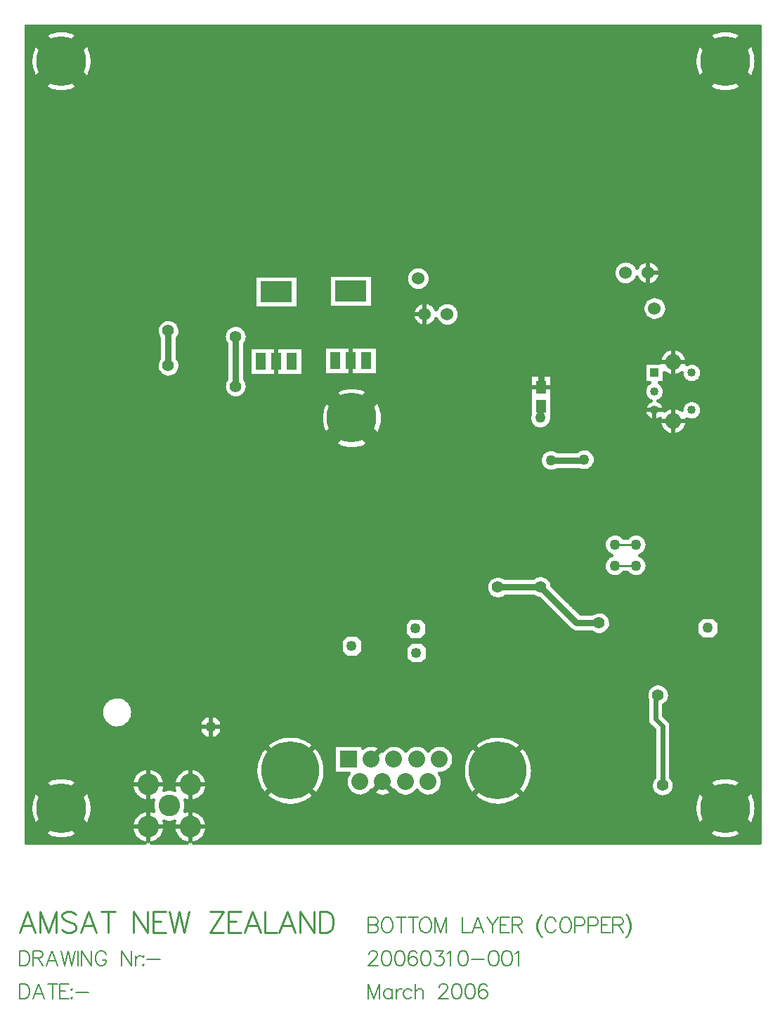
<source format=gbl>
%FSLAX24Y24*%
%MOIN*%
G70*
G01*
G75*
%ADD10C,0.0039*%
%ADD11C,0.1102*%
%ADD12C,0.1063*%
%ADD13C,0.0394*%
%ADD14R,0.0940X0.0590*%
%ADD15O,0.0256X0.0866*%
%ADD16R,0.0256X0.0866*%
%ADD17R,0.0827X0.0394*%
%ADD18R,0.0394X0.0827*%
%ADD19R,0.1083X0.0850*%
%ADD20R,0.0709X0.1102*%
%ADD21R,0.0709X0.0354*%
%ADD22R,0.0500X0.0600*%
%ADD23R,0.0709X0.0394*%
%ADD24R,0.1102X0.0472*%
%ADD25O,0.0787X0.0394*%
%ADD26R,0.0787X0.0394*%
%ADD27O,0.0800X0.0240*%
%ADD28R,0.0800X0.1000*%
%ADD29R,0.0551X0.0394*%
%ADD30R,0.1181X0.0906*%
%ADD31R,0.0394X0.0984*%
%ADD32O,0.0787X0.1299*%
%ADD33R,0.0315X0.0551*%
%ADD34R,0.0600X0.0500*%
%ADD35O,0.1299X0.0787*%
%ADD36R,0.0551X0.0315*%
%ADD37O,0.0787X0.1299*%
%ADD38R,0.0315X0.0551*%
%ADD39R,0.1000X0.0800*%
%ADD40R,0.0394X0.0709*%
%ADD41R,0.0984X0.0394*%
%ADD42R,0.0906X0.1181*%
%ADD43O,0.0240X0.0800*%
%ADD44C,0.0512*%
%ADD45C,0.0276*%
%ADD46C,0.0236*%
%ADD47C,0.0098*%
%ADD48C,0.0315*%
%ADD49C,0.0394*%
%ADD50C,0.0433*%
%ADD51C,0.0138*%
%ADD52C,0.0098*%
%ADD53C,0.0118*%
%ADD54C,0.0472*%
%ADD55C,0.0071*%
%ADD56C,0.0100*%
%ADD57R,0.0315X0.0827*%
%ADD58R,0.1378X0.0748*%
%ADD59R,0.1654X0.0984*%
%ADD60R,0.0827X0.0315*%
%ADD61R,0.0315X0.0827*%
%ADD62R,0.2087X0.1220*%
%ADD63R,0.1575X0.1220*%
%ADD64R,0.1575X0.1220*%
%ADD65R,0.1339X0.1496*%
%ADD66R,0.0500X0.0800*%
%ADD67R,0.1500X0.1000*%
%ADD68C,0.0500*%
%ADD69C,0.0600*%
%ADD70C,0.0750*%
%ADD71C,0.0400*%
%ADD72R,0.0400X0.0400*%
%ADD73C,0.1024*%
%ADD74R,0.0800X0.0800*%
%ADD75C,0.0800*%
%ADD76C,0.2750*%
%ADD77P,0.0500X8X0*%
%ADD78C,0.2362*%
%ADD79C,0.2362*%
%ADD80C,0.0551*%
%ADD81C,0.0512*%
%ADD82C,0.0157*%
%ADD83C,0.0787*%
%ADD84C,0.0197*%
D22*
X24724Y21929D02*
D03*
Y21029D02*
D03*
D45*
X22671Y3751D02*
X23782Y4863D01*
X21559D02*
X22671Y3751D01*
X23782Y2640D01*
X21559D02*
X22671Y3751D01*
X17211Y3211D02*
X17633Y2789D01*
X16671Y4291D02*
X17093Y4713D01*
X16789Y2789D02*
X17211Y3211D01*
X12831Y3751D02*
X13942Y4863D01*
X12831Y3751D02*
X13942Y2640D01*
X11719Y4863D02*
X12831Y3751D01*
X11719Y2640D02*
X12831Y3751D01*
D46*
X30157Y7205D02*
X30276Y7323D01*
X30157Y6181D02*
Y7205D01*
Y6181D02*
X30491Y5847D01*
Y3050D02*
Y5847D01*
D47*
X750Y-3937D02*
X375Y-2953D01*
X0Y-3937D01*
X141Y-3609D02*
X609D01*
X979Y-2953D02*
Y-3937D01*
Y-2953D02*
X1354Y-3937D01*
X1729Y-2953D02*
X1354Y-3937D01*
X1729Y-2953D02*
Y-3937D01*
X2666Y-3094D02*
X2573Y-3000D01*
X2432Y-2953D01*
X2245D01*
X2104Y-3000D01*
X2010Y-3094D01*
Y-3187D01*
X2057Y-3281D01*
X2104Y-3328D01*
X2198Y-3375D01*
X2479Y-3468D01*
X2573Y-3515D01*
X2619Y-3562D01*
X2666Y-3656D01*
Y-3796D01*
X2573Y-3890D01*
X2432Y-3937D01*
X2245D01*
X2104Y-3890D01*
X2010Y-3796D01*
X3636Y-3937D02*
X3261Y-2953D01*
X2887Y-3937D01*
X3027Y-3609D02*
X3496D01*
X4194Y-2953D02*
Y-3937D01*
X3866Y-2953D02*
X4522D01*
X5412D02*
Y-3937D01*
Y-2953D02*
X6068Y-3937D01*
Y-2953D02*
Y-3937D01*
X6949Y-2953D02*
X6340D01*
Y-3937D01*
X6949D01*
X6340Y-3422D02*
X6715D01*
X7113Y-2953D02*
X7348Y-3937D01*
X7582Y-2953D02*
X7348Y-3937D01*
X7582Y-2953D02*
X7816Y-3937D01*
X8050Y-2953D02*
X7816Y-3937D01*
X9676Y-2953D02*
X9020Y-3937D01*
Y-2953D02*
X9676D01*
X9020Y-3937D02*
X9676D01*
X10506Y-2953D02*
X9897D01*
Y-3937D01*
X10506D01*
X9897Y-3422D02*
X10272D01*
X11420Y-3937D02*
X11045Y-2953D01*
X10670Y-3937D01*
X10810Y-3609D02*
X11279D01*
X11649Y-2953D02*
Y-3937D01*
X12211D01*
X13069D02*
X12694Y-2953D01*
X12319Y-3937D01*
X12460Y-3609D02*
X12928D01*
X13299Y-2953D02*
Y-3937D01*
Y-2953D02*
X13955Y-3937D01*
Y-2953D02*
Y-3937D01*
X14226Y-2953D02*
Y-3937D01*
Y-2953D02*
X14554D01*
X14695Y-3000D01*
X14789Y-3094D01*
X14836Y-3187D01*
X14882Y-3328D01*
Y-3562D01*
X14836Y-3703D01*
X14789Y-3796D01*
X14695Y-3890D01*
X14554Y-3937D01*
X14226D01*
D48*
X24694Y22638D02*
X24724Y22608D01*
Y21929D02*
Y22608D01*
X10236Y21969D02*
Y24409D01*
X22697Y12461D02*
X24705D01*
X26417Y10748D01*
X27480D01*
X22677Y12441D02*
X22697Y12461D01*
X24694Y20482D02*
Y20999D01*
X7047Y22953D02*
Y24606D01*
X26734Y18504D02*
X26772D01*
X25197Y18465D02*
X26732D01*
X26772Y18504D01*
D55*
X16535Y-3228D02*
Y-3937D01*
Y-3228D02*
X16839D01*
X16940Y-3262D01*
X16974Y-3296D01*
X17008Y-3363D01*
Y-3431D01*
X16974Y-3498D01*
X16940Y-3532D01*
X16839Y-3566D01*
X16535D02*
X16839D01*
X16940Y-3600D01*
X16974Y-3633D01*
X17008Y-3701D01*
Y-3802D01*
X16974Y-3870D01*
X16940Y-3903D01*
X16839Y-3937D01*
X16535D01*
X17369Y-3228D02*
X17301Y-3262D01*
X17234Y-3330D01*
X17200Y-3397D01*
X17166Y-3498D01*
Y-3667D01*
X17200Y-3768D01*
X17234Y-3836D01*
X17301Y-3903D01*
X17369Y-3937D01*
X17504D01*
X17571Y-3903D01*
X17639Y-3836D01*
X17672Y-3768D01*
X17706Y-3667D01*
Y-3498D01*
X17672Y-3397D01*
X17639Y-3330D01*
X17571Y-3262D01*
X17504Y-3228D01*
X17369D01*
X18108D02*
Y-3937D01*
X17871Y-3228D02*
X18344D01*
X18664D02*
Y-3937D01*
X18428Y-3228D02*
X18901D01*
X19187D02*
X19120Y-3262D01*
X19052Y-3330D01*
X19019Y-3397D01*
X18985Y-3498D01*
Y-3667D01*
X19019Y-3768D01*
X19052Y-3836D01*
X19120Y-3903D01*
X19187Y-3937D01*
X19322D01*
X19390Y-3903D01*
X19457Y-3836D01*
X19491Y-3768D01*
X19525Y-3667D01*
Y-3498D01*
X19491Y-3397D01*
X19457Y-3330D01*
X19390Y-3262D01*
X19322Y-3228D01*
X19187D01*
X19690D02*
Y-3937D01*
Y-3228D02*
X19960Y-3937D01*
X20230Y-3228D02*
X19960Y-3937D01*
X20230Y-3228D02*
Y-3937D01*
X20989Y-3228D02*
Y-3937D01*
X21394D01*
X22011D02*
X21741Y-3228D01*
X21471Y-3937D01*
X21573Y-3701D02*
X21910D01*
X22177Y-3228D02*
X22446Y-3566D01*
Y-3937D01*
X22716Y-3228D02*
X22446Y-3566D01*
X23246Y-3228D02*
X22807D01*
Y-3937D01*
X23246D01*
X22807Y-3566D02*
X23077D01*
X23364Y-3228D02*
Y-3937D01*
Y-3228D02*
X23668D01*
X23769Y-3262D01*
X23803Y-3296D01*
X23836Y-3363D01*
Y-3431D01*
X23803Y-3498D01*
X23769Y-3532D01*
X23668Y-3566D01*
X23364D01*
X23600D02*
X23836Y-3937D01*
X24788Y-3094D02*
X24720Y-3161D01*
X24653Y-3262D01*
X24585Y-3397D01*
X24552Y-3566D01*
Y-3701D01*
X24585Y-3870D01*
X24653Y-4004D01*
X24720Y-4106D01*
X24788Y-4173D01*
X24720Y-3161D02*
X24653Y-3296D01*
X24619Y-3397D01*
X24585Y-3566D01*
Y-3701D01*
X24619Y-3870D01*
X24653Y-3971D01*
X24720Y-4106D01*
X25429Y-3397D02*
X25395Y-3330D01*
X25328Y-3262D01*
X25260Y-3228D01*
X25125D01*
X25058Y-3262D01*
X24990Y-3330D01*
X24957Y-3397D01*
X24923Y-3498D01*
Y-3667D01*
X24957Y-3768D01*
X24990Y-3836D01*
X25058Y-3903D01*
X25125Y-3937D01*
X25260D01*
X25328Y-3903D01*
X25395Y-3836D01*
X25429Y-3768D01*
X25830Y-3228D02*
X25763Y-3262D01*
X25695Y-3330D01*
X25662Y-3397D01*
X25628Y-3498D01*
Y-3667D01*
X25662Y-3768D01*
X25695Y-3836D01*
X25763Y-3903D01*
X25830Y-3937D01*
X25965D01*
X26033Y-3903D01*
X26100Y-3836D01*
X26134Y-3768D01*
X26168Y-3667D01*
Y-3498D01*
X26134Y-3397D01*
X26100Y-3330D01*
X26033Y-3262D01*
X25965Y-3228D01*
X25830D01*
X26333Y-3600D02*
X26637D01*
X26738Y-3566D01*
X26772Y-3532D01*
X26805Y-3465D01*
Y-3363D01*
X26772Y-3296D01*
X26738Y-3262D01*
X26637Y-3228D01*
X26333D01*
Y-3937D01*
X26964Y-3600D02*
X27268D01*
X27369Y-3566D01*
X27403Y-3532D01*
X27436Y-3465D01*
Y-3363D01*
X27403Y-3296D01*
X27369Y-3262D01*
X27268Y-3228D01*
X26964D01*
Y-3937D01*
X28034Y-3228D02*
X27595D01*
Y-3937D01*
X28034D01*
X27595Y-3566D02*
X27865D01*
X28152Y-3228D02*
Y-3937D01*
Y-3228D02*
X28455D01*
X28556Y-3262D01*
X28590Y-3296D01*
X28624Y-3363D01*
Y-3431D01*
X28590Y-3498D01*
X28556Y-3532D01*
X28455Y-3566D01*
X28152D01*
X28388D02*
X28624Y-3937D01*
X28783Y-3094D02*
X28850Y-3161D01*
X28917Y-3262D01*
X28985Y-3397D01*
X29019Y-3566D01*
Y-3701D01*
X28985Y-3870D01*
X28917Y-4004D01*
X28850Y-4106D01*
X28783Y-4173D01*
X28850Y-3161D02*
X28917Y-3296D01*
X28951Y-3397D01*
X28985Y-3566D01*
Y-3701D01*
X28951Y-3870D01*
X28917Y-3971D01*
X28850Y-4106D01*
X0Y-4803D02*
Y-5512D01*
Y-4803D02*
X236D01*
X337Y-4837D01*
X405Y-4905D01*
X439Y-4972D01*
X472Y-5073D01*
Y-5242D01*
X439Y-5343D01*
X405Y-5411D01*
X337Y-5478D01*
X236Y-5512D01*
X0D01*
X631Y-4803D02*
Y-5512D01*
Y-4803D02*
X935D01*
X1036Y-4837D01*
X1070Y-4871D01*
X1103Y-4938D01*
Y-5006D01*
X1070Y-5073D01*
X1036Y-5107D01*
X935Y-5141D01*
X631D01*
X867D02*
X1103Y-5512D01*
X1802D02*
X1532Y-4803D01*
X1262Y-5512D01*
X1363Y-5276D02*
X1700D01*
X1967Y-4803D02*
X2136Y-5512D01*
X2304Y-4803D02*
X2136Y-5512D01*
X2304Y-4803D02*
X2473Y-5512D01*
X2642Y-4803D02*
X2473Y-5512D01*
X2783Y-4803D02*
Y-5512D01*
X2932Y-4803D02*
Y-5512D01*
Y-4803D02*
X3404Y-5512D01*
Y-4803D02*
Y-5512D01*
X4106Y-4972D02*
X4072Y-4905D01*
X4005Y-4837D01*
X3937Y-4803D01*
X3802D01*
X3735Y-4837D01*
X3667Y-4905D01*
X3634Y-4972D01*
X3600Y-5073D01*
Y-5242D01*
X3634Y-5343D01*
X3667Y-5411D01*
X3735Y-5478D01*
X3802Y-5512D01*
X3937D01*
X4005Y-5478D01*
X4072Y-5411D01*
X4106Y-5343D01*
Y-5242D01*
X3937D02*
X4106D01*
X4825Y-4803D02*
Y-5512D01*
Y-4803D02*
X5297Y-5512D01*
Y-4803D02*
Y-5512D01*
X5493Y-5039D02*
Y-5512D01*
Y-5242D02*
X5526Y-5141D01*
X5594Y-5073D01*
X5661Y-5039D01*
X5763D01*
X5860D02*
X5827Y-5073D01*
X5860Y-5107D01*
X5894Y-5073D01*
X5860Y-5039D01*
Y-5444D02*
X5827Y-5478D01*
X5860Y-5512D01*
X5894Y-5478D01*
X5860Y-5444D01*
X6049Y-5208D02*
X6657D01*
X16535Y-6378D02*
Y-7087D01*
Y-6378D02*
X16805Y-7087D01*
X17075Y-6378D02*
X16805Y-7087D01*
X17075Y-6378D02*
Y-7087D01*
X17683Y-6614D02*
Y-7087D01*
Y-6715D02*
X17615Y-6648D01*
X17548Y-6614D01*
X17446D01*
X17379Y-6648D01*
X17311Y-6715D01*
X17278Y-6817D01*
Y-6884D01*
X17311Y-6985D01*
X17379Y-7053D01*
X17446Y-7087D01*
X17548D01*
X17615Y-7053D01*
X17683Y-6985D01*
X17871Y-6614D02*
Y-7087D01*
Y-6817D02*
X17905Y-6715D01*
X17973Y-6648D01*
X18040Y-6614D01*
X18141D01*
X18610Y-6715D02*
X18543Y-6648D01*
X18475Y-6614D01*
X18374D01*
X18307Y-6648D01*
X18239Y-6715D01*
X18205Y-6817D01*
Y-6884D01*
X18239Y-6985D01*
X18307Y-7053D01*
X18374Y-7087D01*
X18475D01*
X18543Y-7053D01*
X18610Y-6985D01*
X18762Y-6378D02*
Y-7087D01*
Y-6749D02*
X18863Y-6648D01*
X18931Y-6614D01*
X19032D01*
X19100Y-6648D01*
X19133Y-6749D01*
Y-7087D01*
X19909Y-6547D02*
Y-6513D01*
X19943Y-6446D01*
X19977Y-6412D01*
X20044Y-6378D01*
X20179D01*
X20247Y-6412D01*
X20280Y-6446D01*
X20314Y-6513D01*
Y-6581D01*
X20280Y-6648D01*
X20213Y-6749D01*
X19876Y-7087D01*
X20348D01*
X20709Y-6378D02*
X20608Y-6412D01*
X20540Y-6513D01*
X20506Y-6682D01*
Y-6783D01*
X20540Y-6952D01*
X20608Y-7053D01*
X20709Y-7087D01*
X20776D01*
X20878Y-7053D01*
X20945Y-6952D01*
X20979Y-6783D01*
Y-6682D01*
X20945Y-6513D01*
X20878Y-6412D01*
X20776Y-6378D01*
X20709D01*
X21340D02*
X21239Y-6412D01*
X21171Y-6513D01*
X21137Y-6682D01*
Y-6783D01*
X21171Y-6952D01*
X21239Y-7053D01*
X21340Y-7087D01*
X21407D01*
X21508Y-7053D01*
X21576Y-6952D01*
X21610Y-6783D01*
Y-6682D01*
X21576Y-6513D01*
X21508Y-6412D01*
X21407Y-6378D01*
X21340D01*
X22173Y-6479D02*
X22139Y-6412D01*
X22038Y-6378D01*
X21971D01*
X21869Y-6412D01*
X21802Y-6513D01*
X21768Y-6682D01*
Y-6850D01*
X21802Y-6985D01*
X21869Y-7053D01*
X21971Y-7087D01*
X22004D01*
X22106Y-7053D01*
X22173Y-6985D01*
X22207Y-6884D01*
Y-6850D01*
X22173Y-6749D01*
X22106Y-6682D01*
X22004Y-6648D01*
X21971D01*
X21869Y-6682D01*
X21802Y-6749D01*
X21768Y-6850D01*
X16569Y-4972D02*
Y-4938D01*
X16603Y-4871D01*
X16637Y-4837D01*
X16704Y-4803D01*
X16839D01*
X16907Y-4837D01*
X16940Y-4871D01*
X16974Y-4938D01*
Y-5006D01*
X16940Y-5073D01*
X16873Y-5174D01*
X16535Y-5512D01*
X17008D01*
X17369Y-4803D02*
X17268Y-4837D01*
X17200Y-4938D01*
X17166Y-5107D01*
Y-5208D01*
X17200Y-5377D01*
X17268Y-5478D01*
X17369Y-5512D01*
X17436D01*
X17537Y-5478D01*
X17605Y-5377D01*
X17639Y-5208D01*
Y-5107D01*
X17605Y-4938D01*
X17537Y-4837D01*
X17436Y-4803D01*
X17369D01*
X18000D02*
X17898Y-4837D01*
X17831Y-4938D01*
X17797Y-5107D01*
Y-5208D01*
X17831Y-5377D01*
X17898Y-5478D01*
X18000Y-5512D01*
X18067D01*
X18168Y-5478D01*
X18236Y-5377D01*
X18270Y-5208D01*
Y-5107D01*
X18236Y-4938D01*
X18168Y-4837D01*
X18067Y-4803D01*
X18000D01*
X18833Y-4905D02*
X18799Y-4837D01*
X18698Y-4803D01*
X18631D01*
X18529Y-4837D01*
X18462Y-4938D01*
X18428Y-5107D01*
Y-5276D01*
X18462Y-5411D01*
X18529Y-5478D01*
X18631Y-5512D01*
X18664D01*
X18766Y-5478D01*
X18833Y-5411D01*
X18867Y-5309D01*
Y-5276D01*
X18833Y-5174D01*
X18766Y-5107D01*
X18664Y-5073D01*
X18631D01*
X18529Y-5107D01*
X18462Y-5174D01*
X18428Y-5276D01*
X19224Y-4803D02*
X19123Y-4837D01*
X19056Y-4938D01*
X19022Y-5107D01*
Y-5208D01*
X19056Y-5377D01*
X19123Y-5478D01*
X19224Y-5512D01*
X19292D01*
X19393Y-5478D01*
X19461Y-5377D01*
X19494Y-5208D01*
Y-5107D01*
X19461Y-4938D01*
X19393Y-4837D01*
X19292Y-4803D01*
X19224D01*
X19720D02*
X20091D01*
X19889Y-5073D01*
X19990D01*
X20058Y-5107D01*
X20091Y-5141D01*
X20125Y-5242D01*
Y-5309D01*
X20091Y-5411D01*
X20024Y-5478D01*
X19923Y-5512D01*
X19822D01*
X19720Y-5478D01*
X19687Y-5444D01*
X19653Y-5377D01*
X20284Y-4938D02*
X20351Y-4905D01*
X20452Y-4803D01*
Y-5512D01*
X21006Y-4803D02*
X20905Y-4837D01*
X20837Y-4938D01*
X20803Y-5107D01*
Y-5208D01*
X20837Y-5377D01*
X20905Y-5478D01*
X21006Y-5512D01*
X21073D01*
X21174Y-5478D01*
X21242Y-5377D01*
X21276Y-5208D01*
Y-5107D01*
X21242Y-4938D01*
X21174Y-4837D01*
X21073Y-4803D01*
X21006D01*
X21434Y-5208D02*
X22042D01*
X22453Y-4803D02*
X22352Y-4837D01*
X22284Y-4938D01*
X22251Y-5107D01*
Y-5208D01*
X22284Y-5377D01*
X22352Y-5478D01*
X22453Y-5512D01*
X22521D01*
X22622Y-5478D01*
X22689Y-5377D01*
X22723Y-5208D01*
Y-5107D01*
X22689Y-4938D01*
X22622Y-4837D01*
X22521Y-4803D01*
X22453D01*
X23084D02*
X22983Y-4837D01*
X22915Y-4938D01*
X22882Y-5107D01*
Y-5208D01*
X22915Y-5377D01*
X22983Y-5478D01*
X23084Y-5512D01*
X23152D01*
X23253Y-5478D01*
X23320Y-5377D01*
X23354Y-5208D01*
Y-5107D01*
X23320Y-4938D01*
X23253Y-4837D01*
X23152Y-4803D01*
X23084D01*
X23513Y-4938D02*
X23580Y-4905D01*
X23681Y-4803D01*
Y-5512D01*
X0Y-6378D02*
Y-7087D01*
Y-6378D02*
X236D01*
X337Y-6412D01*
X405Y-6479D01*
X439Y-6547D01*
X472Y-6648D01*
Y-6817D01*
X439Y-6918D01*
X405Y-6985D01*
X337Y-7053D01*
X236Y-7087D01*
X0D01*
X1171D02*
X901Y-6378D01*
X631Y-7087D01*
X732Y-6850D02*
X1070D01*
X1572Y-6378D02*
Y-7087D01*
X1336Y-6378D02*
X1808D01*
X2331D02*
X1893D01*
Y-7087D01*
X2331D01*
X1893Y-6715D02*
X2163D01*
X2483Y-6614D02*
X2449Y-6648D01*
X2483Y-6682D01*
X2517Y-6648D01*
X2483Y-6614D01*
Y-7019D02*
X2449Y-7053D01*
X2483Y-7087D01*
X2517Y-7053D01*
X2483Y-7019D01*
X2672Y-6783D02*
X3279D01*
D56*
X28228Y13465D02*
X29228D01*
X28228Y14465D02*
X29228D01*
D66*
X12164Y23149D02*
D03*
X11424D02*
D03*
X12904D02*
D03*
X16447Y23188D02*
D03*
X14967D02*
D03*
X15707D02*
D03*
D67*
X12164Y26449D02*
D03*
X15707Y26488D02*
D03*
D68*
X28228Y14465D02*
D03*
X29228D02*
D03*
Y13465D02*
D03*
X28228D02*
D03*
X32638Y10512D02*
D03*
X30748Y6772D02*
D03*
X27047Y2302D02*
D03*
X30276Y9528D02*
D03*
X31260D02*
D03*
X26772D02*
D03*
X29803Y15354D02*
D03*
X30197Y15827D02*
D03*
X29921Y18465D02*
D03*
Y17441D02*
D03*
X26575Y26378D02*
D03*
X23150Y27047D02*
D03*
X28976Y23701D02*
D03*
X19803Y18268D02*
D03*
X18050Y17795D02*
D03*
Y18268D02*
D03*
X18898Y23701D02*
D03*
X4724Y19094D02*
D03*
Y20118D02*
D03*
X13189Y15906D02*
D03*
X12520Y16535D02*
D03*
X12598Y18937D02*
D03*
X17960Y6638D02*
D03*
X16461Y6661D02*
D03*
X14961Y6693D02*
D03*
X19474Y6683D02*
D03*
X20968Y6714D02*
D03*
X23043Y6339D02*
D03*
X12598Y6299D02*
D03*
X15368Y2326D02*
D03*
X20079Y2362D02*
D03*
X16535D02*
D03*
X17717D02*
D03*
X18898D02*
D03*
X20669Y2953D02*
D03*
X14806Y3002D02*
D03*
X14882Y18110D02*
D03*
X22638Y14173D02*
D03*
X20394Y17677D02*
D03*
X24694Y20472D02*
D03*
X30748Y10000D02*
D03*
X27795Y9528D02*
D03*
X26909Y3129D02*
D03*
X29803Y5433D02*
D03*
X24694Y22638D02*
D03*
X27402Y23071D02*
D03*
X20079Y23189D02*
D03*
X27008Y26496D02*
D03*
X22008Y26260D02*
D03*
X29921Y16417D02*
D03*
X25197Y18465D02*
D03*
X26772Y18504D02*
D03*
X16535Y15354D02*
D03*
X12598Y20118D02*
D03*
D69*
X18898Y27087D02*
D03*
X20276Y25394D02*
D03*
X19213D02*
D03*
X29803Y27362D02*
D03*
X28740D02*
D03*
X30118Y25669D02*
D03*
D70*
X30994Y20328D02*
D03*
Y23128D02*
D03*
D71*
X31869Y20843D02*
D03*
Y22613D02*
D03*
X30099Y20843D02*
D03*
Y21728D02*
D03*
D72*
Y22613D02*
D03*
D73*
X7087Y2087D02*
D03*
X6087Y3087D02*
D03*
X8087Y1087D02*
D03*
Y3087D02*
D03*
X6087Y1087D02*
D03*
D74*
X15591Y4291D02*
D03*
D75*
X16671D02*
D03*
X17751D02*
D03*
X18831D02*
D03*
X19911D02*
D03*
X16131Y3211D02*
D03*
X17211D02*
D03*
X18291D02*
D03*
X19371D02*
D03*
D76*
X12831Y3751D02*
D03*
X22671D02*
D03*
D77*
X9055Y5827D02*
D03*
X18780Y10472D02*
D03*
X15748Y9646D02*
D03*
X18819Y9331D02*
D03*
D78*
X1969Y37402D02*
D03*
X15748Y20472D02*
D03*
D79*
X33465Y1969D02*
D03*
X1969D02*
D03*
X33465Y37402D02*
D03*
D80*
X10512Y21226D02*
D03*
X10984D02*
D03*
X10675Y17475D02*
D03*
X10202D02*
D03*
X12120Y17874D02*
D03*
Y18346D02*
D03*
X27638Y28937D02*
D03*
X9055Y34547D02*
D03*
X7047Y22953D02*
D03*
Y24606D02*
D03*
X8228Y6850D02*
D03*
X3307Y20118D02*
D03*
Y19055D02*
D03*
X2835Y10118D02*
D03*
Y12323D02*
D03*
Y12953D02*
D03*
Y11693D02*
D03*
Y10748D02*
D03*
X7244Y12323D02*
D03*
Y11693D02*
D03*
Y10748D02*
D03*
Y9488D02*
D03*
X3268Y13976D02*
D03*
Y14449D02*
D03*
X10236Y24331D02*
D03*
X7126Y6850D02*
D03*
X8661Y7480D02*
D03*
X7677Y6850D02*
D03*
X8701Y6969D02*
D03*
X7244Y10118D02*
D03*
X5118Y10118D02*
D03*
Y12323D02*
D03*
Y12953D02*
D03*
Y11693D02*
D03*
Y10748D02*
D03*
Y9488D02*
D03*
X6378Y34016D02*
D03*
Y31811D02*
D03*
Y31181D02*
D03*
Y32441D02*
D03*
Y33386D02*
D03*
X1969Y31811D02*
D03*
Y32441D02*
D03*
Y33386D02*
D03*
Y34646D02*
D03*
X1969Y34016D02*
D03*
X4094Y34016D02*
D03*
Y31811D02*
D03*
Y31181D02*
D03*
Y32441D02*
D03*
Y33386D02*
D03*
Y34646D02*
D03*
X13386Y34548D02*
D03*
X13465Y32343D02*
D03*
Y31713D02*
D03*
Y32972D02*
D03*
X13386Y33917D02*
D03*
X9055Y32343D02*
D03*
Y32972D02*
D03*
Y33917D02*
D03*
Y35177D02*
D03*
X11181Y34547D02*
D03*
Y32343D02*
D03*
Y31713D02*
D03*
Y32972D02*
D03*
Y33917D02*
D03*
Y35177D02*
D03*
X3307Y15197D02*
D03*
Y15669D02*
D03*
X2947Y17775D02*
D03*
Y18247D02*
D03*
X4297Y27795D02*
D03*
Y27323D02*
D03*
X8228Y17520D02*
D03*
X7717D02*
D03*
X7205D02*
D03*
X8937Y20869D02*
D03*
X9409D02*
D03*
X7047Y21654D02*
D03*
X7520D02*
D03*
X8307Y30172D02*
D03*
X7835D02*
D03*
X7835Y36167D02*
D03*
X8307D02*
D03*
X15236Y31412D02*
D03*
X14764D02*
D03*
X17165Y31339D02*
D03*
X16654D02*
D03*
X16142D02*
D03*
X20675Y35565D02*
D03*
Y35093D02*
D03*
X18858Y35950D02*
D03*
X19331D02*
D03*
X16575Y28346D02*
D03*
X16102D02*
D03*
X13819D02*
D03*
X13346D02*
D03*
X15197Y27711D02*
D03*
X14724D02*
D03*
X13819Y36713D02*
D03*
X14291D02*
D03*
X22047Y35202D02*
D03*
X22520D02*
D03*
X24163Y35915D02*
D03*
X24636D02*
D03*
X21412Y30861D02*
D03*
Y31333D02*
D03*
X26378Y28937D02*
D03*
X30709Y29921D02*
D03*
X30197D02*
D03*
X29685D02*
D03*
X28780Y35866D02*
D03*
X29291D02*
D03*
X29803D02*
D03*
X10236Y21969D02*
D03*
X22677Y12441D02*
D03*
X24705Y12461D02*
D03*
X27480Y10748D02*
D03*
X30276Y7323D02*
D03*
X30491Y3050D02*
D03*
D81*
X6260Y6496D02*
D03*
X5984Y6024D02*
D03*
X5433D02*
D03*
X5984Y7008D02*
D03*
X5433D02*
D03*
X2953Y6496D02*
D03*
X3228Y7008D02*
D03*
X3780D02*
D03*
X3228Y6024D02*
D03*
X3780D02*
D03*
D82*
X34921Y37402D02*
X34918Y37501D01*
X34908Y37600D01*
X34891Y37698D01*
X34867Y37795D01*
X34837Y37889D01*
X34801Y37982D01*
X34758Y38072D01*
X34709Y38158D01*
X34655Y38242D01*
X34595Y38321D01*
X34529Y38396D01*
X34459Y38466D01*
X34384Y38532D01*
X34305Y38592D01*
X34221Y38646D01*
X34135Y38695D01*
X34045Y38738D01*
X33952Y38774D01*
X33858Y38804D01*
X33761Y38828D01*
X33663Y38845D01*
X33564Y38855D01*
X33465Y38858D01*
X33365Y38855D01*
X33266Y38845D01*
X33168Y38828D01*
X33072Y38804D01*
X32977Y38774D01*
X32884Y38738D01*
X32794Y38695D01*
X32708Y38646D01*
X32625Y38592D01*
X32545Y38532D01*
X32470Y38466D01*
X32400Y38396D01*
X32335Y38321D01*
X32274Y38242D01*
X32220Y38158D01*
X32171Y38072D01*
X32128Y37982D01*
X32092Y37889D01*
X32062Y37795D01*
X32038Y37698D01*
X32021Y37600D01*
X32011Y37501D01*
X32008Y37402D01*
X32011Y37302D01*
X32021Y37203D01*
X32038Y37105D01*
X32062Y37009D01*
X32092Y36914D01*
X32128Y36821D01*
X32171Y36731D01*
X32220Y36645D01*
X32274Y36562D01*
X32335Y36482D01*
X32400Y36407D01*
X32470Y36337D01*
X32545Y36272D01*
X32625Y36212D01*
X32708Y36157D01*
X32794Y36108D01*
X32884Y36065D01*
X32977Y36029D01*
X33072Y35999D01*
X33168Y35975D01*
X33266Y35958D01*
X33365Y35948D01*
X33465Y35945D01*
X33564Y35948D01*
X33663Y35958D01*
X33761Y35975D01*
X33858Y35999D01*
X33952Y36029D01*
X34045Y36065D01*
X34135Y36108D01*
X34221Y36157D01*
X34305Y36212D01*
X34384Y36272D01*
X34459Y36337D01*
X34529Y36407D01*
X34595Y36482D01*
X34655Y36562D01*
X34709Y36645D01*
X34758Y36731D01*
X34801Y36821D01*
X34837Y36914D01*
X34867Y37009D01*
X34891Y37105D01*
X34908Y37203D01*
X34918Y37302D01*
X34921Y37402D01*
X31637Y23028D02*
X31645Y23128D01*
X32345Y22613D02*
X32335Y22712D01*
X32304Y22806D01*
X32255Y22891D01*
X32189Y22965D01*
X32110Y23024D01*
X32020Y23064D01*
X31923Y23086D01*
X31825Y23087D01*
X31728Y23067D01*
X31637Y23028D01*
X30379Y27362D02*
X30370Y27461D01*
X30345Y27556D01*
X30304Y27646D01*
X30248Y27727D01*
X30179Y27798D01*
X30099Y27856D01*
X30011Y27899D01*
X29916Y27927D01*
X29818Y27938D01*
X29719Y27932D01*
X29623Y27909D01*
X29532Y27870D01*
X29450Y27816D01*
X29377Y27749D01*
X29317Y27671D01*
X29272Y27583D01*
Y27141D02*
X29317Y27054D01*
X29377Y26975D01*
X29450Y26908D01*
X29532Y26854D01*
X29623Y26816D01*
X29719Y26793D01*
X29818Y26787D01*
X29916Y26798D01*
X30011Y26825D01*
X30099Y26869D01*
X30179Y26927D01*
X30248Y26997D01*
X30304Y27079D01*
X30345Y27168D01*
X30370Y27264D01*
X30379Y27362D01*
X31645Y23128D02*
X31637Y23227D01*
X31615Y23324D01*
X31578Y23416D01*
X31528Y23501D01*
X31465Y23578D01*
X31391Y23644D01*
X31308Y23698D01*
X31218Y23739D01*
X31123Y23766D01*
X31024Y23778D01*
X30925Y23775D01*
X30828Y23757D01*
X30734Y23725D01*
X30646Y23678D01*
X30567Y23619D01*
X30497Y23548D01*
X30439Y23468D01*
X30394Y23380D01*
X30363Y23286D01*
X30346Y23188D01*
X30345Y23089D01*
X30694Y25669D02*
X30685Y25769D01*
X30659Y25866D01*
X30617Y25957D01*
X30559Y26039D01*
X30488Y26110D01*
X30406Y26168D01*
X30315Y26210D01*
X30218Y26236D01*
X30118Y26245D01*
X30018Y26236D01*
X29921Y26210D01*
X29830Y26168D01*
X29748Y26110D01*
X29677Y26039D01*
X29620Y25957D01*
X29577Y25866D01*
X29551Y25769D01*
X29543Y25669D01*
X29551Y25569D01*
X29577Y25472D01*
X29620Y25382D01*
X29677Y25299D01*
X29748Y25228D01*
X29830Y25171D01*
X29921Y25128D01*
X30018Y25102D01*
X30118Y25094D01*
X30218Y25102D01*
X30315Y25128D01*
X30406Y25171D01*
X30488Y25228D01*
X30559Y25299D01*
X30617Y25382D01*
X30659Y25472D01*
X30685Y25569D01*
X30694Y25669D01*
X31394Y22615D02*
X31404Y22516D01*
X31434Y22421D01*
X31484Y22335D01*
X31550Y22261D01*
X31631Y22202D01*
X31721Y22161D01*
X31819Y22140D01*
X31918Y22140D01*
X32016Y22161D01*
X32107Y22201D01*
X32187Y22260D01*
X32254Y22334D01*
X32304Y22420D01*
X32334Y22514D01*
X32345Y22613D01*
X30575Y22631D02*
X30655Y22573D01*
X30742Y22529D01*
X30835Y22497D01*
X30932Y22481D01*
X31031Y22479D01*
X31128Y22492D01*
X31222Y22519D01*
X31312Y22560D01*
X31394Y22615D01*
X32345Y20843D02*
X32334Y20942D01*
X32304Y21037D01*
X32254Y21123D01*
X32187Y21197D01*
X32107Y21255D01*
X32016Y21296D01*
X31918Y21316D01*
X31819Y21316D01*
X31721Y21295D01*
X31631Y21255D01*
X31550Y21196D01*
X31484Y21122D01*
X31434Y21036D01*
X31404Y20941D01*
X31394Y20842D01*
X31637Y20428D02*
X31728Y20389D01*
X31825Y20370D01*
X31923Y20371D01*
X32020Y20392D01*
X32110Y20433D01*
X32189Y20492D01*
X32255Y20565D01*
X32304Y20651D01*
X32335Y20745D01*
X32345Y20843D01*
X31645Y20328D02*
X31637Y20428D01*
X31394Y20842D02*
X31312Y20896D01*
X31222Y20938D01*
X31128Y20965D01*
X31030Y20978D01*
X30932Y20976D01*
X30835Y20959D01*
X30742Y20928D01*
X30654Y20883D01*
X30575Y20825D01*
X30575Y21728D02*
X30565Y21826D01*
X30535Y21920D01*
X30486Y22006D01*
X30420Y22079D01*
X30341Y22138D01*
X30354Y20441D02*
X30344Y20344D01*
X30349Y20246D01*
X30369Y20150D01*
X30402Y20058D01*
X30450Y19972D01*
X30509Y19895D01*
X30580Y19827D01*
X30660Y19770D01*
X30748Y19726D01*
X30841Y19696D01*
X30937Y19680D01*
X31035Y19679D01*
X31132Y19693D01*
X31226Y19721D01*
X31315Y19762D01*
X31396Y19817D01*
X31469Y19883D01*
X31530Y19959D01*
X31579Y20044D01*
X31616Y20135D01*
X31637Y20231D01*
X31645Y20328D01*
X30274Y21286D02*
X30358Y21329D01*
X30432Y21388D01*
X30492Y21461D01*
X30538Y21544D01*
X30565Y21634D01*
X30575Y21728D01*
Y20843D02*
X30565Y20937D01*
X30538Y21028D01*
X30492Y21111D01*
X30432Y21184D01*
X30358Y21243D01*
X30274Y21286D01*
X29857Y22138D02*
X29780Y22081D01*
X29715Y22009D01*
X29667Y21926D01*
X29636Y21835D01*
X29624Y21739D01*
X29631Y21643D01*
X29658Y21550D01*
X29703Y21465D01*
X29764Y21391D01*
X29839Y21330D01*
X29925Y21286D01*
X29925D02*
X29837Y21240D01*
X29761Y21178D01*
X29699Y21100D01*
X29655Y21012D01*
X29629Y20917D01*
X29624Y20818D01*
X29640Y20720D01*
X29675Y20628D01*
X29729Y20545D01*
X29798Y20475D01*
X29881Y20421D01*
X29973Y20385D01*
X30071Y20369D01*
X30169Y20373D01*
X30265Y20398D01*
X30354Y20441D01*
X29272Y27583D02*
X29226Y27671D01*
X29166Y27749D01*
X29094Y27816D01*
X29011Y27870D01*
X28920Y27909D01*
X28824Y27932D01*
X28726Y27938D01*
X28628Y27927D01*
X28533Y27899D01*
X28444Y27856D01*
X28364Y27798D01*
X28295Y27727D01*
X28239Y27646D01*
X28198Y27556D01*
X28173Y27461D01*
X28165Y27362D01*
X28173Y27264D01*
X28198Y27168D01*
X28239Y27079D01*
X28295Y26997D01*
X28364Y26927D01*
X28444Y26869D01*
X28533Y26825D01*
X28628Y26798D01*
X28726Y26787D01*
X28824Y26793D01*
X28920Y26816D01*
X29011Y26854D01*
X29094Y26908D01*
X29166Y26975D01*
X29226Y27054D01*
X29272Y27141D01*
X19473Y27087D02*
X19464Y27187D01*
X19439Y27283D01*
X19396Y27374D01*
X19339Y27457D01*
X19268Y27528D01*
X19185Y27585D01*
X19095Y27627D01*
X18998Y27653D01*
X18898Y27662D01*
X18798Y27653D01*
X18701Y27627D01*
X18610Y27585D01*
X18528Y27528D01*
X18457Y27457D01*
X18399Y27374D01*
X18357Y27283D01*
X18331Y27187D01*
X18322Y27087D01*
X18331Y26987D01*
X18357Y26890D01*
X18399Y26799D01*
X18457Y26717D01*
X18528Y26646D01*
X18610Y26588D01*
X18701Y26546D01*
X18798Y26520D01*
X18898Y26511D01*
X18998Y26520D01*
X19095Y26546D01*
X19185Y26588D01*
X19268Y26646D01*
X19339Y26717D01*
X19396Y26799D01*
X19439Y26890D01*
X19464Y26987D01*
X19473Y27087D01*
X20851Y25394D02*
X20843Y25492D01*
X20818Y25588D01*
X20776Y25677D01*
X20721Y25759D01*
X20652Y25829D01*
X20572Y25887D01*
X20483Y25931D01*
X20388Y25958D01*
X20290Y25969D01*
X20192Y25963D01*
X20096Y25940D01*
X20005Y25902D01*
X19922Y25848D01*
X19850Y25781D01*
X19790Y25702D01*
X19744Y25615D01*
X19699Y25702D01*
X19639Y25781D01*
X19566Y25848D01*
X19483Y25902D01*
X19393Y25940D01*
X19297Y25963D01*
X19198Y25969D01*
X19100Y25958D01*
X19005Y25931D01*
X18916Y25887D01*
X18836Y25829D01*
X18768Y25759D01*
X18712Y25677D01*
X18671Y25588D01*
X18645Y25492D01*
X18637Y25394D01*
X18645Y25295D01*
X18671Y25200D01*
X18712Y25110D01*
X18768Y25029D01*
X18836Y24958D01*
X18916Y24900D01*
X19005Y24857D01*
X19100Y24829D01*
X19198Y24818D01*
X19297Y24824D01*
X19393Y24847D01*
X19483Y24886D01*
X19566Y24940D01*
X19639Y25007D01*
X19699Y25085D01*
X19744Y25173D01*
X27297Y18504D02*
X27288Y18604D01*
X27259Y18700D01*
X27213Y18789D01*
X27151Y18868D01*
X27075Y18933D01*
X26988Y18983D01*
X26893Y19015D01*
X26793Y19029D01*
X26693Y19024D01*
X26596Y18999D01*
X26505Y18957D01*
X26423Y18898D01*
X29754Y14465D02*
X29744Y14564D01*
X29716Y14660D01*
X29671Y14749D01*
X29609Y14827D01*
X29533Y14892D01*
X29447Y14942D01*
X29353Y14975D01*
X29254Y14990D01*
X29154Y14985D01*
X29057Y14961D01*
X28966Y14920D01*
X28885Y14862D01*
X28816Y14790D01*
X29390Y13965D02*
X29477Y14002D01*
X29556Y14053D01*
X29624Y14119D01*
X29679Y14195D01*
X29720Y14280D01*
X29745Y14371D01*
X29754Y14465D01*
X28641Y14790D02*
X28573Y14861D01*
X28494Y14918D01*
X28405Y14960D01*
X28310Y14984D01*
X28213Y14990D01*
X28115Y14978D01*
X28022Y14948D01*
X27936Y14901D01*
X27860Y14840D01*
X27797Y14765D01*
X27749Y14680D01*
X27717Y14587D01*
X27703Y14490D01*
X27708Y14392D01*
X27730Y14297D01*
X27770Y14207D01*
X27826Y14127D01*
X27895Y14058D01*
X27976Y14003D01*
X28066Y13965D01*
X29754Y13465D02*
X29745Y13558D01*
X29720Y13649D01*
X29679Y13734D01*
X29624Y13811D01*
X29556Y13876D01*
X29477Y13928D01*
X29390Y13965D01*
X28816Y13139D02*
X28885Y13067D01*
X28966Y13009D01*
X29057Y12968D01*
X29154Y12944D01*
X29254Y12940D01*
X29353Y12954D01*
X29447Y12987D01*
X29533Y13037D01*
X29609Y13102D01*
X29671Y13181D01*
X29716Y13269D01*
X29744Y13365D01*
X29754Y13465D01*
X28066Y13965D02*
X27976Y13926D01*
X27895Y13871D01*
X27826Y13802D01*
X27770Y13722D01*
X27730Y13632D01*
X27708Y13537D01*
X27703Y13439D01*
X27717Y13342D01*
X27749Y13250D01*
X27797Y13164D01*
X27860Y13090D01*
X27936Y13028D01*
X28022Y12981D01*
X28115Y12951D01*
X28213Y12939D01*
X28310Y12945D01*
X28405Y12970D01*
X28494Y13011D01*
X28573Y13068D01*
X28641Y13139D01*
X26541Y18032D02*
X26632Y17997D01*
X26727Y17980D01*
X26823Y17981D01*
X26918Y17999D01*
X27008Y18035D01*
X27090Y18086D01*
X27161Y18151D01*
X27219Y18228D01*
X27262Y18315D01*
X27288Y18408D01*
X27297Y18504D01*
X19744Y25173D02*
X19790Y25085D01*
X19850Y25007D01*
X19922Y24940D01*
X20005Y24886D01*
X20096Y24847D01*
X20192Y24824D01*
X20290Y24818D01*
X20388Y24829D01*
X20483Y24857D01*
X20572Y24900D01*
X20652Y24958D01*
X20721Y25029D01*
X20776Y25110D01*
X20818Y25200D01*
X20843Y25295D01*
X20851Y25394D01*
X25495Y18898D02*
X25408Y18946D01*
X25314Y18977D01*
X25215Y18990D01*
X25117Y18984D01*
X25020Y18960D01*
X24931Y18918D01*
X24850Y18860D01*
X24782Y18787D01*
X24729Y18704D01*
X24692Y18612D01*
X24674Y18514D01*
Y18415D01*
X24692Y18318D01*
X24729Y18225D01*
X24782Y18142D01*
X24850Y18070D01*
X24931Y18011D01*
X25020Y17969D01*
X25117Y17945D01*
X25215Y17939D01*
X25314Y17952D01*
X25408Y17983D01*
X25495Y18032D01*
X24199Y20648D02*
X24174Y20550D01*
X24169Y20450D01*
X24183Y20351D01*
X24216Y20256D01*
X24266Y20168D01*
X24331Y20092D01*
X24410Y20030D01*
X24499Y19984D01*
X24596Y19956D01*
X24696Y19947D01*
X24796Y19957D01*
X24892Y19986D01*
X24981Y20032D01*
X25060Y20095D01*
X25125Y20171D01*
X25174Y20259D01*
X25206Y20354D01*
X25220Y20454D01*
X25252Y12526D02*
X25232Y12621D01*
X25196Y12711D01*
X25144Y12793D01*
X25079Y12865D01*
X25002Y12925D01*
X24916Y12970D01*
X24823Y12999D01*
X24726Y13011D01*
X24629Y13007D01*
X24535Y12985D01*
X24445Y12947D01*
X24364Y12894D01*
Y12028D02*
X24448Y11973D01*
X24541Y11934D01*
X24640Y11913D01*
X22992Y12894D02*
X22906Y12942D01*
X22813Y12975D01*
X22716Y12991D01*
X22617Y12989D01*
X22521Y12970D01*
X22429Y12933D01*
X22346Y12881D01*
X22273Y12815D01*
X22213Y12737D01*
X22167Y12650D01*
X22138Y12556D01*
X22126Y12458D01*
X22132Y12360D01*
X22155Y12264D01*
X22195Y12174D01*
X22250Y12093D01*
X22319Y12022D01*
X22399Y11965D01*
X22488Y11923D01*
X22583Y11898D01*
X22681Y11890D01*
X22779Y11899D01*
X22874Y11926D01*
X22962Y11969D01*
X23042Y12028D01*
X28031Y10748D02*
X28022Y10850D01*
X27994Y10949D01*
X27947Y11041D01*
X27885Y11122D01*
X27809Y11191D01*
X27721Y11244D01*
X27625Y11280D01*
X27524Y11297D01*
X27421Y11296D01*
X27321Y11276D01*
X27226Y11237D01*
X27139Y11181D01*
Y10315D02*
X27226Y10259D01*
X27321Y10221D01*
X27421Y10200D01*
X27524Y10199D01*
X27625Y10216D01*
X27721Y10252D01*
X27809Y10305D01*
X27885Y10374D01*
X27947Y10456D01*
X27994Y10547D01*
X28022Y10646D01*
X28031Y10748D01*
X30551Y6845D02*
X30630Y6901D01*
X30698Y6969D01*
X30753Y7047D01*
X30794Y7134D01*
X30818Y7227D01*
X30827Y7323D01*
X30817Y7424D01*
X30789Y7523D01*
X30744Y7614D01*
X30682Y7695D01*
X30607Y7764D01*
X30520Y7817D01*
X30424Y7854D01*
X30324Y7872D01*
X30222Y7871D01*
X30122Y7852D01*
X30027Y7815D01*
X29940Y7760D01*
X29866Y7691D01*
X29805Y7609D01*
X29760Y7518D01*
X29733Y7419D01*
X29724Y7318D01*
X29735Y7216D01*
X29764Y7118D01*
X34921Y1969D02*
X34918Y2068D01*
X34908Y2167D01*
X34891Y2265D01*
X34867Y2362D01*
X34837Y2456D01*
X34801Y2549D01*
X34758Y2639D01*
X34709Y2725D01*
X34655Y2809D01*
X34595Y2888D01*
X34529Y2963D01*
X34459Y3033D01*
X34384Y3098D01*
X34305Y3159D01*
X34221Y3213D01*
X34135Y3262D01*
X34045Y3305D01*
X33952Y3341D01*
X33858Y3371D01*
X33761Y3395D01*
X33663Y3412D01*
X33564Y3422D01*
X33465Y3425D01*
X33365Y3422D01*
X33266Y3412D01*
X33168Y3395D01*
X33072Y3371D01*
X32977Y3341D01*
X32884Y3305D01*
X32794Y3262D01*
X32708Y3213D01*
X32625Y3159D01*
X32545Y3098D01*
X32470Y3033D01*
X32400Y2963D01*
X32335Y2888D01*
X32274Y2809D01*
X32220Y2725D01*
X32171Y2639D01*
X32128Y2549D01*
X32092Y2456D01*
X32062Y2362D01*
X32038Y2265D01*
X32021Y2167D01*
X32011Y2068D01*
X32008Y1969D01*
X32011Y1869D01*
X32021Y1770D01*
X32038Y1672D01*
X32062Y1575D01*
X32092Y1481D01*
X32128Y1388D01*
X32171Y1298D01*
X32220Y1212D01*
X32274Y1128D01*
X32335Y1049D01*
X32400Y974D01*
X32470Y904D01*
X32545Y839D01*
X32625Y778D01*
X32708Y724D01*
X32794Y675D01*
X32884Y632D01*
X32977Y596D01*
X33072Y566D01*
X33168Y542D01*
X33266Y525D01*
X33365Y515D01*
X33465Y512D01*
X33564Y515D01*
X33663Y525D01*
X33761Y542D01*
X33858Y566D01*
X33952Y596D01*
X34045Y632D01*
X34135Y675D01*
X34221Y724D01*
X34305Y778D01*
X34384Y839D01*
X34459Y904D01*
X34529Y974D01*
X34595Y1049D01*
X34655Y1128D01*
X34709Y1212D01*
X34758Y1298D01*
X34801Y1388D01*
X34837Y1481D01*
X34867Y1575D01*
X34891Y1672D01*
X34908Y1770D01*
X34918Y1869D01*
X34921Y1969D01*
X30885Y5847D02*
X30872Y5949D01*
X30832Y6044D01*
X30770Y6126D01*
X30885Y5847D02*
X30872Y5949D01*
X30832Y6044D01*
X30770Y6126D01*
X29764Y6181D02*
X29777Y6079D01*
X29817Y5984D01*
X29879Y5903D01*
X29764Y6181D02*
X29777Y6079D01*
X29817Y5984D01*
X29879Y5903D01*
X31043Y3050D02*
X31032Y3157D01*
X31002Y3259D01*
X30952Y3353D01*
X30885Y3436D01*
X30098D02*
X30036Y3360D01*
X29988Y3275D01*
X29956Y3182D01*
X29941Y3085D01*
X29944Y2987D01*
X29964Y2891D01*
X30000Y2800D01*
X30052Y2717D01*
X30118Y2645D01*
X30196Y2585D01*
X30283Y2540D01*
X30377Y2511D01*
X30474Y2499D01*
X30572Y2505D01*
X30667Y2528D01*
X30757Y2567D01*
X30838Y2622D01*
X30909Y2690D01*
X30966Y2770D01*
X31008Y2858D01*
X31034Y2953D01*
X31043Y3050D01*
X26111Y10442D02*
X26201Y10373D01*
X26305Y10330D01*
X26417Y10315D01*
X26111Y10442D02*
X26201Y10373D01*
X26305Y10330D01*
X26417Y10315D01*
X24321Y3751D02*
X24318Y3851D01*
X24309Y3950D01*
X24294Y4049D01*
X24273Y4146D01*
X24246Y4242D01*
X24214Y4337D01*
X24176Y4429D01*
X24132Y4518D01*
X24083Y4605D01*
X24029Y4689D01*
X23970Y4769D01*
X23906Y4846D01*
X23838Y4918D01*
X23765Y4987D01*
X23688Y5051D01*
X23608Y5110D01*
X23524Y5164D01*
X23438Y5213D01*
X23348Y5257D01*
X23256Y5295D01*
X23162Y5327D01*
X23066Y5354D01*
X22968Y5375D01*
X22870Y5390D01*
X22770Y5399D01*
X22671Y5402D01*
X22571Y5399D01*
X22472Y5390D01*
X22373Y5375D01*
X22276Y5354D01*
X22179Y5327D01*
X22085Y5295D01*
X21993Y5257D01*
X21903Y5213D01*
X21817Y5164D01*
X21733Y5110D01*
X21653Y5051D01*
X21576Y4987D01*
X21503Y4918D01*
X21435Y4846D01*
X21371Y4769D01*
X21312Y4689D01*
X21258Y4605D01*
X21209Y4518D01*
X21165Y4429D01*
X21127Y4337D01*
X21095Y4242D01*
X21068Y4146D01*
X21047Y4049D01*
X21032Y3950D01*
X21023Y3851D01*
X21020Y3751D01*
X21023Y3652D01*
X21032Y3552D01*
X21047Y3454D01*
X21068Y3356D01*
X21095Y3260D01*
X21127Y3166D01*
X21165Y3074D01*
X21209Y2984D01*
X21258Y2897D01*
X21312Y2814D01*
X21371Y2733D01*
X21435Y2657D01*
X21503Y2584D01*
X21576Y2516D01*
X21653Y2452D01*
X21733Y2393D01*
X21817Y2339D01*
X21903Y2290D01*
X21993Y2246D01*
X22085Y2208D01*
X22179Y2175D01*
X22276Y2149D01*
X22373Y2128D01*
X22472Y2113D01*
X22571Y2104D01*
X22671Y2101D01*
X22770Y2104D01*
X22870Y2113D01*
X22968Y2128D01*
X23066Y2149D01*
X23162Y2175D01*
X23256Y2208D01*
X23348Y2246D01*
X23438Y2290D01*
X23524Y2339D01*
X23608Y2393D01*
X23688Y2452D01*
X23765Y2516D01*
X23838Y2584D01*
X23906Y2657D01*
X23970Y2733D01*
X24029Y2814D01*
X24083Y2897D01*
X24132Y2984D01*
X24176Y3074D01*
X24214Y3166D01*
X24246Y3260D01*
X24273Y3356D01*
X24294Y3454D01*
X24309Y3552D01*
X24318Y3652D01*
X24321Y3751D01*
X20586Y4291D02*
X20579Y4390D01*
X20557Y4487D01*
X20522Y4579D01*
X20473Y4666D01*
X20412Y4744D01*
X20340Y4813D01*
X20259Y4870D01*
X20171Y4915D01*
X20077Y4946D01*
X19979Y4963D01*
X19880Y4966D01*
X19782Y4955D01*
X19686Y4929D01*
X19595Y4889D01*
X19511Y4836D01*
X19436Y4772D01*
X19371Y4697D01*
X19912Y3616D02*
X20008Y3623D01*
X20102Y3643D01*
X20192Y3677D01*
X20276Y3723D01*
X20353Y3781D01*
X20421Y3849D01*
X20479Y3926D01*
X20525Y4011D01*
X20559Y4101D01*
X20579Y4195D01*
X20586Y4291D01*
X20046Y3211D02*
X20037Y3319D01*
X20012Y3424D01*
X19969Y3524D01*
X19912Y3616D01*
X19371Y4697D02*
X19307Y4770D01*
X19235Y4833D01*
X19154Y4885D01*
X19066Y4925D01*
X18974Y4952D01*
X18879Y4965D01*
X18782D01*
X18687Y4952D01*
X18595Y4925D01*
X18507Y4885D01*
X18426Y4833D01*
X18354Y4770D01*
X18291Y4697D01*
X18227Y4770D01*
X18155Y4833D01*
X18074Y4885D01*
X17986Y4925D01*
X17894Y4952D01*
X17799Y4965D01*
X17702D01*
X17607Y4952D01*
X17515Y4925D01*
X17427Y4885D01*
X17346Y4833D01*
X17274Y4770D01*
X17211Y4697D01*
X17147Y4770D01*
X17075Y4833D01*
X16994Y4885D01*
X16906Y4925D01*
X16814Y4952D01*
X16718Y4965D01*
X16622Y4965D01*
X16527Y4951D01*
X16435Y4924D01*
X16347Y4884D01*
X16266Y4833D01*
X18831Y2805D02*
X18896Y2731D01*
X18971Y2666D01*
X19055Y2614D01*
X19146Y2574D01*
X19242Y2548D01*
X19340Y2536D01*
X19439Y2539D01*
X19537Y2557D01*
X19631Y2588D01*
X19719Y2633D01*
X19800Y2690D01*
X19872Y2759D01*
X19933Y2837D01*
X19982Y2923D01*
X20017Y3016D01*
X20039Y3112D01*
X20046Y3211D01*
X17751Y2805D02*
X17814Y2733D01*
X17886Y2670D01*
X17967Y2618D01*
X18055Y2578D01*
X18147Y2551D01*
X18242Y2537D01*
X18339D01*
X18434Y2551D01*
X18526Y2578D01*
X18614Y2618D01*
X18695Y2670D01*
X18767Y2733D01*
X18831Y2805D01*
X16671Y2805D02*
X16734Y2733D01*
X16806Y2670D01*
X16887Y2618D01*
X16975Y2578D01*
X17067Y2551D01*
X17162Y2537D01*
X17259D01*
X17354Y2551D01*
X17446Y2578D01*
X17534Y2618D01*
X17615Y2670D01*
X17687Y2733D01*
X17751Y2805D01*
X17205Y20472D02*
X17201Y20572D01*
X17191Y20671D01*
X17174Y20769D01*
X17151Y20865D01*
X17121Y20960D01*
X17084Y21053D01*
X17041Y21143D01*
X16993Y21229D01*
X16938Y21312D01*
X16878Y21392D01*
X16813Y21467D01*
X16742Y21537D01*
X16667Y21602D01*
X16588Y21663D01*
X16505Y21717D01*
X16418Y21766D01*
X16328Y21809D01*
X16236Y21845D01*
X16141Y21875D01*
X16044Y21899D01*
X15946Y21916D01*
X15847Y21926D01*
X15748Y21929D01*
X15649Y21926D01*
X15550Y21916D01*
X15452Y21899D01*
X15355Y21875D01*
X15260Y21845D01*
X15168Y21809D01*
X15078Y21766D01*
X14991Y21717D01*
X14908Y21663D01*
X14829Y21602D01*
X14754Y21537D01*
X14683Y21467D01*
X14618Y21392D01*
X14558Y21312D01*
X14503Y21229D01*
X14455Y21143D01*
X14412Y21053D01*
X14375Y20960D01*
X14345Y20865D01*
X14322Y20769D01*
X14305Y20671D01*
X14295Y20572D01*
X14291Y20472D01*
X14295Y20373D01*
X14305Y20274D01*
X14322Y20176D01*
X14345Y20079D01*
X14375Y19985D01*
X14412Y19892D01*
X14455Y19802D01*
X14503Y19716D01*
X14558Y19632D01*
X14618Y19553D01*
X14683Y19478D01*
X14754Y19408D01*
X14829Y19342D01*
X14908Y19282D01*
X14991Y19228D01*
X15078Y19179D01*
X15168Y19136D01*
X15260Y19100D01*
X15355Y19070D01*
X15452Y19046D01*
X15550Y19029D01*
X15649Y19019D01*
X15748Y19016D01*
X15847Y19019D01*
X15946Y19029D01*
X16044Y19046D01*
X16141Y19070D01*
X16236Y19100D01*
X16328Y19136D01*
X16418Y19179D01*
X16505Y19228D01*
X16588Y19282D01*
X16667Y19342D01*
X16742Y19408D01*
X16813Y19478D01*
X16878Y19553D01*
X16938Y19632D01*
X16993Y19716D01*
X17041Y19802D01*
X17084Y19892D01*
X17121Y19985D01*
X17151Y20079D01*
X17174Y20176D01*
X17191Y20274D01*
X17201Y20373D01*
X17205Y20472D01*
X3425Y37402D02*
X3422Y37501D01*
X3412Y37600D01*
X3395Y37698D01*
X3371Y37795D01*
X3341Y37889D01*
X3305Y37982D01*
X3262Y38072D01*
X3213Y38158D01*
X3159Y38242D01*
X3098Y38321D01*
X3033Y38396D01*
X2963Y38466D01*
X2888Y38532D01*
X2809Y38592D01*
X2725Y38646D01*
X2639Y38695D01*
X2549Y38738D01*
X2456Y38774D01*
X2362Y38804D01*
X2265Y38828D01*
X2167Y38845D01*
X2068Y38855D01*
X1969Y38858D01*
X1869Y38855D01*
X1770Y38845D01*
X1672Y38828D01*
X1575Y38804D01*
X1481Y38774D01*
X1388Y38738D01*
X1298Y38695D01*
X1212Y38646D01*
X1128Y38592D01*
X1049Y38532D01*
X974Y38466D01*
X904Y38396D01*
X839Y38321D01*
X778Y38242D01*
X724Y38158D01*
X675Y38072D01*
X632Y37982D01*
X596Y37889D01*
X566Y37795D01*
X542Y37698D01*
X525Y37600D01*
X515Y37501D01*
X512Y37402D01*
X515Y37302D01*
X525Y37203D01*
X542Y37105D01*
X566Y37009D01*
X596Y36914D01*
X632Y36821D01*
X675Y36731D01*
X724Y36645D01*
X778Y36562D01*
X839Y36482D01*
X904Y36407D01*
X974Y36337D01*
X1049Y36272D01*
X1128Y36212D01*
X1212Y36157D01*
X1298Y36108D01*
X1388Y36065D01*
X1481Y36029D01*
X1575Y35999D01*
X1672Y35975D01*
X1770Y35958D01*
X1869Y35948D01*
X1969Y35945D01*
X2068Y35948D01*
X2167Y35958D01*
X2265Y35975D01*
X2362Y35999D01*
X2456Y36029D01*
X2549Y36065D01*
X2639Y36108D01*
X2725Y36157D01*
X2809Y36212D01*
X2888Y36272D01*
X2963Y36337D01*
X3033Y36407D01*
X3098Y36482D01*
X3159Y36562D01*
X3213Y36645D01*
X3262Y36731D01*
X3305Y36821D01*
X3341Y36914D01*
X3371Y37009D01*
X3395Y37105D01*
X3412Y37203D01*
X3422Y37302D01*
X3425Y37402D01*
X7598Y24606D02*
X7589Y24706D01*
X7563Y24802D01*
X7519Y24892D01*
X7460Y24972D01*
X7387Y25040D01*
X7303Y25095D01*
X7211Y25133D01*
X7113Y25154D01*
X7013Y25156D01*
X6915Y25141D01*
X6820Y25109D01*
X6734Y25059D01*
X6657Y24995D01*
X6593Y24919D01*
X6544Y24832D01*
X6512Y24737D01*
X6497Y24639D01*
X6500Y24539D01*
X6521Y24441D01*
X6560Y24349D01*
X6614Y24265D01*
X10669Y23990D02*
X10720Y24066D01*
X10757Y24150D01*
X10780Y24239D01*
X10787Y24331D01*
X10778Y24430D01*
X10752Y24526D01*
X10708Y24616D01*
X10649Y24696D01*
X10576Y24765D01*
X10492Y24819D01*
X10400Y24857D01*
X10302Y24878D01*
X10202Y24881D01*
X10104Y24866D01*
X10009Y24833D01*
X9923Y24784D01*
X9846Y24720D01*
X9782Y24643D01*
X9733Y24556D01*
X9701Y24462D01*
X9686Y24363D01*
X9689Y24263D01*
X9710Y24166D01*
X9749Y24073D01*
X9803Y23990D01*
X10787Y21969D02*
X10780Y22060D01*
X10757Y22149D01*
X10720Y22233D01*
X10669Y22309D01*
X9803D02*
X9749Y22226D01*
X9710Y22134D01*
X9689Y22036D01*
X9686Y21936D01*
X9701Y21838D01*
X9733Y21743D01*
X9782Y21656D01*
X9846Y21579D01*
X9923Y21515D01*
X10009Y21466D01*
X10104Y21433D01*
X10202Y21418D01*
X10302Y21421D01*
X10400Y21442D01*
X10492Y21480D01*
X10576Y21534D01*
X10649Y21603D01*
X10708Y21683D01*
X10752Y21773D01*
X10778Y21869D01*
X10787Y21969D01*
X7480Y24265D02*
X7531Y24342D01*
X7568Y24426D01*
X7591Y24515D01*
X7598Y24606D01*
Y22953D02*
X7591Y23044D01*
X7568Y23133D01*
X7531Y23217D01*
X7480Y23294D01*
X6614D02*
X6560Y23210D01*
X6521Y23118D01*
X6500Y23020D01*
X6497Y22921D01*
X6512Y22822D01*
X6544Y22727D01*
X6593Y22640D01*
X6657Y22564D01*
X6734Y22500D01*
X6820Y22450D01*
X6915Y22418D01*
X7013Y22403D01*
X7113Y22406D01*
X7211Y22426D01*
X7303Y22465D01*
X7387Y22519D01*
X7460Y22587D01*
X7519Y22667D01*
X7563Y22757D01*
X7589Y22853D01*
X7598Y22953D01*
X15589Y3616D02*
X15535Y3531D01*
X15494Y3438D01*
X15468Y3341D01*
X15456Y3241D01*
X15459Y3140D01*
X15477Y3041D01*
X15509Y2945D01*
X15556Y2856D01*
X15615Y2774D01*
X15686Y2703D01*
X15767Y2642D01*
X15856Y2594D01*
X15951Y2560D01*
X16050Y2541D01*
X16150Y2536D01*
X16251Y2547D01*
X16348Y2572D01*
X16441Y2611D01*
X16527Y2664D01*
X16604Y2729D01*
X16671Y2805D01*
X8874Y3087D02*
X8868Y3188D01*
X8848Y3287D01*
X8816Y3383D01*
X8772Y3474D01*
X8717Y3559D01*
X8651Y3636D01*
X8576Y3703D01*
X8493Y3761D01*
X8403Y3808D01*
X8308Y3842D01*
X8209Y3864D01*
X8109Y3874D01*
X8008Y3870D01*
X7908Y3853D01*
X7811Y3824D01*
X7719Y3783D01*
X7632Y3730D01*
X7554Y3666D01*
X7484Y3593D01*
X7424Y3512D01*
X7375Y3423D01*
X7337Y3329D01*
X7313Y3231D01*
X7300Y3131D01*
X7301Y3029D01*
X7315Y2929D01*
X7342Y2832D01*
X7832Y2342D02*
X7928Y2315D01*
X8026Y2302D01*
X8126Y2300D01*
X8225Y2312D01*
X8322Y2335D01*
X8415Y2371D01*
X8503Y2418D01*
X8584Y2476D01*
X8657Y2544D01*
X8721Y2620D01*
X8775Y2704D01*
X8818Y2794D01*
X8849Y2889D01*
X8868Y2987D01*
X8874Y3087D01*
X14481Y3751D02*
X14478Y3851D01*
X14469Y3950D01*
X14454Y4049D01*
X14433Y4146D01*
X14406Y4242D01*
X14374Y4337D01*
X14336Y4429D01*
X14292Y4518D01*
X14243Y4605D01*
X14189Y4689D01*
X14130Y4769D01*
X14066Y4846D01*
X13998Y4918D01*
X13925Y4987D01*
X13849Y5051D01*
X13768Y5110D01*
X13684Y5164D01*
X13598Y5213D01*
X13508Y5257D01*
X13416Y5295D01*
X13322Y5327D01*
X13226Y5354D01*
X13128Y5375D01*
X13030Y5390D01*
X12930Y5399D01*
X12831Y5402D01*
X12731Y5399D01*
X12632Y5390D01*
X12533Y5375D01*
X12436Y5354D01*
X12339Y5327D01*
X12245Y5295D01*
X12153Y5257D01*
X12063Y5213D01*
X11977Y5164D01*
X11893Y5110D01*
X11813Y5051D01*
X11736Y4987D01*
X11663Y4918D01*
X11595Y4846D01*
X11531Y4769D01*
X11472Y4689D01*
X11418Y4605D01*
X11369Y4518D01*
X11325Y4429D01*
X11287Y4337D01*
X11255Y4242D01*
X11228Y4146D01*
X11207Y4049D01*
X11192Y3950D01*
X11183Y3851D01*
X11180Y3751D01*
X11183Y3652D01*
X11192Y3552D01*
X11207Y3454D01*
X11228Y3356D01*
X11255Y3260D01*
X11287Y3166D01*
X11325Y3074D01*
X11369Y2984D01*
X11418Y2897D01*
X11472Y2814D01*
X11531Y2733D01*
X11595Y2657D01*
X11663Y2584D01*
X11736Y2516D01*
X11813Y2452D01*
X11893Y2393D01*
X11977Y2339D01*
X12063Y2290D01*
X12153Y2246D01*
X12245Y2208D01*
X12339Y2175D01*
X12436Y2149D01*
X12533Y2128D01*
X12632Y2113D01*
X12731Y2104D01*
X12831Y2101D01*
X12930Y2104D01*
X13030Y2113D01*
X13128Y2128D01*
X13226Y2149D01*
X13322Y2175D01*
X13416Y2208D01*
X13508Y2246D01*
X13598Y2290D01*
X13684Y2339D01*
X13768Y2393D01*
X13849Y2452D01*
X13925Y2516D01*
X13998Y2584D01*
X14066Y2657D01*
X14130Y2733D01*
X14189Y2814D01*
X14243Y2897D01*
X14292Y2984D01*
X14336Y3074D01*
X14374Y3166D01*
X14406Y3260D01*
X14433Y3356D01*
X14454Y3454D01*
X14469Y3552D01*
X14478Y3652D01*
X14481Y3751D01*
X8243Y315D02*
X8338Y340D01*
X8429Y377D01*
X8514Y425D01*
X8593Y484D01*
X8664Y551D01*
X8726Y627D01*
X8778Y710D01*
X8820Y799D01*
X8850Y892D01*
X8868Y989D01*
X8874Y1087D01*
X8868Y1186D01*
X8849Y1284D01*
X8818Y1379D01*
X8775Y1469D01*
X8721Y1553D01*
X8657Y1629D01*
X8584Y1697D01*
X8503Y1755D01*
X8415Y1802D01*
X8322Y1838D01*
X8225Y1862D01*
X8126Y1873D01*
X8026Y1872D01*
X7928Y1858D01*
X7832Y1832D01*
X6874Y3087D02*
X6868Y3186D01*
X6849Y3283D01*
X6818Y3377D01*
X6776Y3467D01*
X6723Y3551D01*
X6659Y3627D01*
X6587Y3695D01*
X6506Y3753D01*
X6419Y3800D01*
X6327Y3836D01*
X6231Y3861D01*
X6132Y3873D01*
X6033Y3872D01*
X5935Y3859D01*
X5839Y3834D01*
X5747Y3797D01*
X5660Y3749D01*
X5580Y3690D01*
X5509Y3621D01*
X5446Y3544D01*
X5394Y3460D01*
X5352Y3370D01*
X5322Y3276D01*
X5305Y3178D01*
X5299Y3079D01*
X5306Y2980D01*
X5326Y2883D01*
X5358Y2789D01*
X5401Y2699D01*
X5455Y2616D01*
X5519Y2541D01*
X5592Y2474D01*
X5673Y2416D01*
X5761Y2370D01*
X5854Y2334D01*
X5950Y2311D01*
X6049Y2300D01*
X6148Y2302D01*
X6246Y2316D01*
X6342Y2342D01*
X5354Y6516D02*
X5348Y6615D01*
X5328Y6713D01*
X5295Y6808D01*
X5250Y6897D01*
X5193Y6979D01*
X5126Y7053D01*
X5050Y7118D01*
X4966Y7172D01*
X4875Y7214D01*
X4780Y7243D01*
X4681Y7260D01*
X4581Y7263D01*
X4482Y7253D01*
X4385Y7230D01*
X4291Y7194D01*
X4204Y7146D01*
X4123Y7087D01*
X4052Y7018D01*
X3990Y6939D01*
X3939Y6853D01*
X3900Y6761D01*
X3873Y6665D01*
X3860Y6566D01*
Y6466D01*
X3873Y6367D01*
X3900Y6270D01*
X3939Y6178D01*
X3990Y6092D01*
X4052Y6014D01*
X4123Y5945D01*
X4204Y5885D01*
X4291Y5837D01*
X4385Y5801D01*
X4482Y5778D01*
X4581Y5768D01*
X4681Y5771D01*
X4780Y5788D01*
X4875Y5818D01*
X4966Y5860D01*
X5050Y5914D01*
X5126Y5978D01*
X5193Y6052D01*
X5250Y6135D01*
X5295Y6224D01*
X5328Y6318D01*
X5348Y6416D01*
X5354Y6516D01*
X3425Y1969D02*
X3422Y2068D01*
X3412Y2167D01*
X3395Y2265D01*
X3371Y2362D01*
X3341Y2456D01*
X3305Y2549D01*
X3262Y2639D01*
X3213Y2725D01*
X3159Y2809D01*
X3098Y2888D01*
X3033Y2963D01*
X2963Y3033D01*
X2888Y3098D01*
X2809Y3159D01*
X2725Y3213D01*
X2639Y3262D01*
X2549Y3305D01*
X2456Y3341D01*
X2362Y3371D01*
X2265Y3395D01*
X2167Y3412D01*
X2068Y3422D01*
X1969Y3425D01*
X1869Y3422D01*
X1770Y3412D01*
X1672Y3395D01*
X1575Y3371D01*
X1481Y3341D01*
X1388Y3305D01*
X1298Y3262D01*
X1212Y3213D01*
X1128Y3159D01*
X1049Y3098D01*
X974Y3033D01*
X904Y2963D01*
X839Y2888D01*
X778Y2809D01*
X724Y2725D01*
X675Y2639D01*
X632Y2549D01*
X596Y2456D01*
X566Y2362D01*
X542Y2265D01*
X525Y2167D01*
X515Y2068D01*
X512Y1969D01*
X515Y1869D01*
X525Y1770D01*
X542Y1672D01*
X566Y1575D01*
X596Y1481D01*
X632Y1388D01*
X675Y1298D01*
X724Y1212D01*
X778Y1128D01*
X839Y1049D01*
X904Y974D01*
X974Y904D01*
X1049Y839D01*
X1128Y778D01*
X1212Y724D01*
X1298Y675D01*
X1388Y632D01*
X1481Y596D01*
X1575Y566D01*
X1672Y542D01*
X1770Y525D01*
X1869Y515D01*
X1969Y512D01*
X2068Y515D01*
X2167Y525D01*
X2265Y542D01*
X2362Y566D01*
X2456Y596D01*
X2549Y632D01*
X2639Y675D01*
X2725Y724D01*
X2809Y778D01*
X2888Y839D01*
X2963Y904D01*
X3033Y974D01*
X3098Y1049D01*
X3159Y1128D01*
X3213Y1212D01*
X3262Y1298D01*
X3305Y1388D01*
X3341Y1481D01*
X3371Y1575D01*
X3395Y1672D01*
X3412Y1770D01*
X3422Y1869D01*
X3425Y1969D01*
X7342Y2832D02*
X7241Y2859D01*
X7139Y2872D01*
X7035D01*
X6932Y2859D01*
X6832Y2832D01*
X7874Y2087D02*
X7869Y2173D01*
X7855Y2258D01*
X7832Y2342D01*
Y1832D02*
X7855Y1915D01*
X7869Y2000D01*
X7874Y2087D01*
X6832Y1342D02*
X6932Y1315D01*
X7035Y1301D01*
X7139D01*
X7241Y1315D01*
X7342Y1342D01*
X6832Y2832D02*
X6855Y2915D01*
X6869Y3000D01*
X6874Y3087D01*
X6342Y2342D02*
X6315Y2241D01*
X6301Y2139D01*
Y2035D01*
X6315Y1932D01*
X6342Y1832D01*
X6874Y1087D02*
X6869Y1173D01*
X6855Y1258D01*
X6832Y1342D01*
X7342D02*
X7315Y1242D01*
X7301Y1140D01*
X7301Y1037D01*
X7314Y935D01*
X7340Y836D01*
X7379Y741D01*
X7430Y651D01*
X7493Y569D01*
X7565Y496D01*
X7647Y434D01*
X7736Y382D01*
X7831Y342D01*
X7930Y315D01*
X6243D02*
X6338Y340D01*
X6429Y377D01*
X6514Y425D01*
X6593Y484D01*
X6664Y551D01*
X6726Y627D01*
X6778Y710D01*
X6820Y799D01*
X6850Y892D01*
X6868Y989D01*
X6874Y1087D01*
X6342Y1832D02*
X6246Y1858D01*
X6148Y1872D01*
X6049Y1873D01*
X5951Y1862D01*
X5855Y1839D01*
X5762Y1804D01*
X5674Y1758D01*
X5594Y1701D01*
X5520Y1634D01*
X5456Y1558D01*
X5402Y1476D01*
X5359Y1387D01*
X5327Y1293D01*
X5307Y1196D01*
X5299Y1097D01*
X5304Y998D01*
X5321Y901D01*
X5351Y806D01*
X5392Y716D01*
X5444Y632D01*
X5506Y555D01*
X5577Y486D01*
X5657Y427D01*
X5743Y378D01*
X5834Y341D01*
X5930Y315D01*
X34488Y38438D02*
Y39055D01*
X34331Y38573D02*
Y39055D01*
X34803Y37977D02*
Y39055D01*
X34646Y38254D02*
Y39055D01*
X34040Y38740D02*
X35118D01*
X34173Y38674D02*
Y39055D01*
X34317Y38583D02*
X35118D01*
X34813Y37953D02*
X35118D01*
X34867Y37795D02*
X35118D01*
X34902Y37638D02*
X35118D01*
X34919Y37480D02*
X35118D01*
X34501Y38425D02*
X35118D01*
X34636Y38268D02*
X35118D01*
X34737Y38110D02*
X35118D01*
X33701Y38839D02*
Y39055D01*
X33543Y38856D02*
Y39055D01*
X34016Y38750D02*
Y39055D01*
X33858Y38804D02*
Y39055D01*
X33386Y38856D02*
Y39055D01*
X33228Y38839D02*
Y39055D01*
X33071Y38804D02*
Y39055D01*
X32913Y38750D02*
Y39055D01*
X32756Y38674D02*
Y39055D01*
X32598Y38573D02*
Y39055D01*
X32441Y38438D02*
Y39055D01*
X32283Y38254D02*
Y39055D01*
X32126Y37976D02*
Y39055D01*
X34919Y37323D02*
X35118D01*
X34902Y37165D02*
X35118D01*
X34867Y37008D02*
X35118D01*
X34813Y36850D02*
X35118D01*
X34737Y36693D02*
X35118D01*
X34636Y36535D02*
X35118D01*
X34501Y36378D02*
X35118D01*
X34317Y36220D02*
X35118D01*
X34039Y36063D02*
X35118D01*
X31644Y23149D02*
X35118D01*
X31418Y23622D02*
X35118D01*
X31551Y23464D02*
X35118D01*
X31620Y23307D02*
X35118D01*
X31968Y23078D02*
Y39055D01*
X31811Y23085D02*
Y39055D01*
X31496Y23543D02*
Y39055D01*
X31338Y23680D02*
Y39055D01*
X31653Y23037D02*
Y39055D01*
X32283Y22847D02*
Y36549D01*
X32126Y23014D02*
Y36827D01*
X30344Y27559D02*
X35118D01*
X30377Y27401D02*
X35118D01*
X30366Y27244D02*
X35118D01*
X30308Y27086D02*
X35118D01*
X30067Y27874D02*
X35118D01*
X30257Y27716D02*
X35118D01*
X30182Y26929D02*
X35118D01*
X19379Y26772D02*
X35118D01*
X30447Y26142D02*
X35118D01*
X30600Y25984D02*
X35118D01*
X30672Y25827D02*
X35118D01*
X19226Y26614D02*
X35118D01*
X16733Y26457D02*
X35118D01*
X16733Y26299D02*
X35118D01*
X30236Y27742D02*
Y39055D01*
X30079Y27868D02*
Y39055D01*
X30551Y26049D02*
Y39055D01*
X30394Y26175D02*
Y39055D01*
X29921Y27926D02*
Y39055D01*
X30236Y26233D02*
Y26983D01*
X30079Y26244D02*
Y26857D01*
X29921Y26210D02*
Y26799D01*
X30694Y25669D02*
X35118D01*
X30672Y25512D02*
X35118D01*
X31181Y23752D02*
Y39055D01*
X31023Y23778D02*
Y39055D01*
X30600Y25354D02*
X35118D01*
X30447Y25197D02*
X35118D01*
X20729Y25039D02*
X35118D01*
X20539Y24882D02*
X35118D01*
X16973Y23779D02*
X35118D01*
X30866Y23766D02*
Y39055D01*
X30709Y23713D02*
Y39055D01*
X30551Y23605D02*
Y25290D01*
X30394Y23378D02*
Y25164D01*
X30236Y23089D02*
Y25106D01*
X29921Y23089D02*
Y25128D01*
X16973Y23622D02*
X30570D01*
X30079Y23089D02*
Y25095D01*
X16973Y23464D02*
X30437D01*
X16973Y23307D02*
X30369D01*
X16973Y23149D02*
X30344D01*
X32290Y22835D02*
X35118D01*
X32341Y22677D02*
X35118D01*
X32336Y22520D02*
X35118D01*
X32283Y21077D02*
Y22379D01*
X32157Y22992D02*
X35118D01*
X32273Y22362D02*
X35118D01*
X32112Y22205D02*
X35118D01*
X30547Y21890D02*
X35118D01*
X30575Y21732D02*
X35118D01*
X32099Y21260D02*
X35118D01*
X30452Y22047D02*
X35118D01*
X30549Y21575D02*
X35118D01*
X30459Y21417D02*
X35118D01*
X31224Y22520D02*
X31403D01*
X32126Y21244D02*
Y22213D01*
X31496Y21138D02*
Y22319D01*
X30575Y22362D02*
X31465D01*
X30575Y22520D02*
X30765D01*
X30575Y22138D02*
Y22631D01*
X31968Y21309D02*
Y22148D01*
X31811Y21315D02*
Y22141D01*
X31653Y21267D02*
Y22190D01*
X30575Y22205D02*
X31626D01*
X30551Y21877D02*
Y22138D01*
X30394Y21217D02*
Y21355D01*
X32268Y21102D02*
X35118D01*
X32334Y20945D02*
X35118D01*
X32342Y20787D02*
X35118D01*
X32294Y20630D02*
X35118D01*
X32167Y20472D02*
X35118D01*
X31645Y20315D02*
X35118D01*
X31622Y20157D02*
X35118D01*
X31556Y20000D02*
X35118D01*
X31427Y19842D02*
X35118D01*
X31091Y19685D02*
X35118D01*
X31181Y20952D02*
Y22505D01*
X31023Y20978D02*
Y22478D01*
X31338Y20880D02*
Y22576D01*
X30866Y20966D02*
Y22491D01*
X30498Y21102D02*
X31470D01*
X30551Y20992D02*
Y21580D01*
X30709Y20913D02*
Y22544D01*
X31202Y20945D02*
X31405D01*
X30564D02*
X30786D01*
X30341Y22138D02*
X30575D01*
X30329Y21260D02*
X31639D01*
X16974Y19685D02*
X30898D01*
X27120Y18898D02*
X35118D01*
X27241Y18740D02*
X35118D01*
X27291Y18583D02*
X35118D01*
X27291Y18425D02*
X35118D01*
X16857Y19527D02*
X35118D01*
X16700Y19370D02*
X35118D01*
X16479Y19212D02*
X35118D01*
X29624Y23089D02*
X30345D01*
X25250Y21260D02*
X29869D01*
X29624Y22138D02*
X29857D01*
X25250Y20472D02*
X29802D01*
X25196Y20315D02*
X30344D01*
X24924Y20000D02*
X30433D01*
X25115Y20157D02*
X30367D01*
X17061Y19842D02*
X30562D01*
X29402Y14961D02*
X35118D01*
X29630Y14803D02*
X35118D01*
X29722Y14646D02*
X35118D01*
X29753Y14488D02*
X35118D01*
X27241Y18268D02*
X35118D01*
X27120Y18110D02*
X35118D01*
X25316Y17953D02*
X35118D01*
X29737Y14331D02*
X35118D01*
X29698Y13701D02*
X35118D01*
X29748Y13543D02*
X35118D01*
X29666Y14173D02*
X35118D01*
X29502Y14016D02*
X35118D01*
X29577Y13858D02*
X35118D01*
X29748Y13386D02*
X35118D01*
X29698Y13228D02*
X35118D01*
X29576Y13071D02*
X35118D01*
X25337Y12441D02*
X35118D01*
X25019Y12913D02*
X35118D01*
X25170Y12756D02*
X35118D01*
X25238Y12598D02*
X35118D01*
X25967Y11811D02*
X35118D01*
X26124Y11653D02*
X35118D01*
X26282Y11496D02*
X35118D01*
X25494Y12283D02*
X35118D01*
X25652Y12126D02*
X35118D01*
X25809Y11968D02*
X35118D01*
X29764Y27936D02*
Y39055D01*
X29606Y27903D02*
Y39055D01*
X29449Y27816D02*
Y39055D01*
X29291Y27625D02*
Y39055D01*
X28976Y27887D02*
Y39055D01*
X28819Y27932D02*
Y39055D01*
X29134Y27782D02*
Y39055D01*
X29119Y26929D02*
X29424D01*
X29194Y27716D02*
X29349D01*
X29764Y26123D02*
Y26788D01*
X29606Y25932D02*
Y26821D01*
X29004Y27874D02*
X29540D01*
X28661Y27932D02*
Y39055D01*
X28504Y27887D02*
Y39055D01*
X28346Y27782D02*
Y39055D01*
X28189Y27528D02*
Y39055D01*
X26929Y19005D02*
Y39055D01*
X26772Y19030D02*
Y39055D01*
X25197Y22505D02*
Y39055D01*
X26614Y19005D02*
Y39055D01*
X25039Y22505D02*
Y39055D01*
X24882Y22505D02*
Y39055D01*
X24724Y22505D02*
Y39055D01*
X24567Y22505D02*
Y39055D01*
X24409Y22505D02*
Y39055D01*
X24252Y22505D02*
Y39055D01*
X29291Y14986D02*
Y27099D01*
X28189Y14989D02*
Y27197D01*
X28031Y14952D02*
Y39055D01*
X27874Y14853D02*
Y39055D01*
X27244Y18735D02*
Y39055D01*
X27086Y18925D02*
Y39055D01*
X27716Y14584D02*
Y39055D01*
X29449Y14942D02*
Y26909D01*
X29134Y14982D02*
Y26942D01*
X28976Y14926D02*
Y26837D01*
X28819Y14794D02*
Y26792D01*
X28504Y14912D02*
Y26837D01*
X28346Y14977D02*
Y26942D01*
X28661Y14790D02*
Y26792D01*
X26457Y18925D02*
Y39055D01*
X26299Y18898D02*
Y39055D01*
X26142Y18898D02*
Y39055D01*
X25984Y18898D02*
Y39055D01*
X25827Y18898D02*
Y39055D01*
X25669Y18898D02*
Y39055D01*
X25512Y18898D02*
Y39055D01*
X25354Y18966D02*
Y39055D01*
X24094Y12894D02*
Y39055D01*
X23937Y12894D02*
Y39055D01*
X23779Y12894D02*
Y39055D01*
X23622Y12894D02*
Y39055D01*
X23464Y12894D02*
Y39055D01*
X20315Y25968D02*
Y39055D01*
X19370Y27416D02*
Y39055D01*
X20472Y25935D02*
Y39055D01*
X20157Y25957D02*
Y39055D01*
X19227Y27559D02*
X28199D01*
X19212Y27568D02*
Y39055D01*
X19380Y27401D02*
X28166D01*
X19451Y27244D02*
X28177D01*
X19451Y26929D02*
X28361D01*
X19473Y27086D02*
X28235D01*
X16733Y26142D02*
X29789D01*
X19212Y25969D02*
Y26605D01*
X16733Y25984D02*
X29636D01*
X19055Y27640D02*
Y39055D01*
X18898Y27662D02*
Y39055D01*
X18740Y27640D02*
Y39055D01*
X18583Y27568D02*
Y39055D01*
X18425Y27415D02*
Y39055D01*
X16693Y27264D02*
Y39055D01*
X16535Y27264D02*
Y39055D01*
X16733Y27244D02*
X18344D01*
X16733Y27086D02*
X18322D01*
X16733Y26929D02*
X18344D01*
X16733Y26772D02*
X18416D01*
X16378Y27264D02*
Y39055D01*
X16733Y26614D02*
X18569D01*
X23307Y12894D02*
Y39055D01*
X22835Y12969D02*
Y39055D01*
X23149Y12894D02*
Y39055D01*
X22992Y12894D02*
Y39055D01*
X22677Y12992D02*
Y39055D01*
X22520Y12969D02*
Y39055D01*
X22362Y12893D02*
Y39055D01*
X20655Y25827D02*
X29564D01*
X20787Y25657D02*
Y39055D01*
X22205Y12725D02*
Y39055D01*
X20630Y25847D02*
Y39055D01*
X20000Y25899D02*
Y39055D01*
X19842Y25773D02*
Y39055D01*
X19527Y25876D02*
Y39055D01*
X19685Y25723D02*
Y39055D01*
X17165Y20809D02*
Y39055D01*
X16850Y23864D02*
Y39055D01*
X16733Y25712D02*
Y27264D01*
X17008Y21204D02*
Y39055D01*
X19370Y25947D02*
Y26758D01*
X19055Y25947D02*
Y26533D01*
X18898Y25875D02*
Y26511D01*
X18740Y25722D02*
Y26533D01*
X29764Y23089D02*
Y25216D01*
X25250Y22362D02*
X29624D01*
X25250Y22205D02*
X29624D01*
Y22138D02*
Y23089D01*
X25250Y22047D02*
X29746D01*
X25250Y21890D02*
X29652D01*
X25250Y21732D02*
X29624D01*
X25250Y21417D02*
X29740D01*
X25250Y21575D02*
X29649D01*
X29764Y21180D02*
Y21391D01*
X25250Y21102D02*
X29700D01*
X25250Y20945D02*
X29635D01*
X25250Y20787D02*
X29627D01*
X25250Y20630D02*
X29674D01*
X25250Y21605D02*
Y22505D01*
Y21354D02*
Y21605D01*
Y21354D02*
Y21605D01*
Y20454D02*
Y21354D01*
X25197Y18990D02*
Y20318D01*
X25495Y18898D02*
X26423D01*
X25495Y18032D02*
X26541D01*
X25039Y18966D02*
Y20076D01*
X24882Y18885D02*
Y19981D01*
X24724Y18695D02*
Y19948D01*
X29606Y14830D02*
Y25406D01*
X28630Y14803D02*
X28826D01*
X28402Y14961D02*
X29054D01*
X28641Y14790D02*
X28816D01*
X29606Y13830D02*
Y14099D01*
X28576Y13071D02*
X28880D01*
X28641Y13139D02*
X28816D01*
X25827Y11951D02*
Y18032D01*
X26142Y11636D02*
Y18032D01*
X25984Y11794D02*
Y18032D01*
X25512Y12266D02*
Y18032D01*
X24724Y13011D02*
Y18235D01*
X25669Y12109D02*
Y18032D01*
X27874Y13853D02*
Y14076D01*
X27716Y13584D02*
Y14346D01*
X25354Y12424D02*
Y17963D01*
X25039Y12899D02*
Y17963D01*
X24882Y12983D02*
Y18044D01*
X25197Y12709D02*
Y17939D01*
X20839Y25512D02*
X29565D01*
X20781Y25669D02*
X29543D01*
X20816Y25197D02*
X29790D01*
X20850Y25354D02*
X29636D01*
X16973Y22992D02*
X29624D01*
X16973Y22835D02*
X29624D01*
X16973Y22677D02*
X29624D01*
X24199Y22505D02*
X25250D01*
X24199Y21605D02*
Y22505D01*
X16973Y22520D02*
X29624D01*
X16480Y21732D02*
X24199D01*
X16700Y21575D02*
X24199D01*
X19592Y25827D02*
X19896D01*
X16733D02*
X18833D01*
X16693Y23864D02*
Y25712D01*
X16535Y23864D02*
Y25712D01*
X16378Y23864D02*
Y25712D01*
X19476Y24882D02*
X20012D01*
X19666Y25039D02*
X19822D01*
X16973Y22512D02*
Y23864D01*
X16535Y21698D02*
Y22512D01*
X16378Y21786D02*
Y22512D01*
X16693Y21581D02*
Y22512D01*
X24567Y12994D02*
Y19963D01*
X24409Y12926D02*
Y20031D01*
X24252Y12894D02*
Y20189D01*
X17126Y20000D02*
X24464D01*
X17170Y20157D02*
X24274D01*
X23042Y12028D02*
X24364D01*
X22961Y12913D02*
X24390D01*
X22992Y12894D02*
X24364D01*
X22961Y11968D02*
X24457D01*
X24199Y21354D02*
Y21605D01*
Y21354D02*
Y21605D01*
X17062Y21102D02*
X24199D01*
Y20648D02*
Y21354D01*
X16857Y21417D02*
X24199D01*
X16850Y21425D02*
Y22512D01*
X16974Y21260D02*
X24199D01*
X17170Y20787D02*
X24199D01*
X17205Y20472D02*
X24169D01*
X17126Y20945D02*
X24199D01*
X17196Y20630D02*
X24193D01*
X17196Y20315D02*
X24193D01*
X33163Y10709D02*
X35118D01*
X33163Y10551D02*
X35118D01*
X33701Y3406D02*
Y35964D01*
X33163Y10249D02*
Y10775D01*
X32914Y11024D02*
X35118D01*
X33072Y10866D02*
X35118D01*
X32901Y11037D02*
X33163Y10775D01*
Y10394D02*
X35118D01*
X33150Y10236D02*
X35118D01*
X32993Y10079D02*
X35118D01*
X32901Y9986D02*
X33163Y10249D01*
X30774Y7559D02*
X35118D01*
X30821Y7401D02*
X35118D01*
X30821Y7244D02*
X35118D01*
X32756Y11037D02*
Y36129D01*
X32598Y11037D02*
Y36230D01*
X33071Y10867D02*
Y35999D01*
X32913Y11025D02*
Y36053D01*
X32441Y11037D02*
Y36365D01*
X32283Y10946D02*
Y20609D01*
X32126Y10788D02*
Y20443D01*
X32375Y11037D02*
X32901D01*
X32112Y10775D02*
X32375Y11037D01*
Y9986D02*
X32901D01*
X32112Y10249D02*
X32375Y9986D01*
X32112Y10249D02*
Y10775D01*
X30866Y5968D02*
Y19691D01*
X35118Y315D02*
Y39055D01*
X34803Y2543D02*
Y36827D01*
X35118Y315D02*
Y39055D01*
X34960Y315D02*
Y39055D01*
X34488Y3005D02*
Y36365D01*
X34331Y3140D02*
Y36230D01*
X34646Y2821D02*
Y36549D01*
X33858Y3371D02*
Y35999D01*
X33543Y3423D02*
Y35947D01*
X34173Y3241D02*
Y36129D01*
X34016Y3317D02*
Y36053D01*
X33386Y3423D02*
Y35947D01*
X33228Y3406D02*
Y35964D01*
X33071Y3371D02*
Y10156D01*
X31968Y315D02*
Y20378D01*
X31811Y315D02*
Y20371D01*
X31653Y315D02*
Y20420D01*
X31496Y315D02*
Y19914D01*
X31338Y315D02*
Y19776D01*
X31023Y3194D02*
Y19678D01*
X31181Y315D02*
Y19705D01*
X32913Y3317D02*
Y9999D01*
X32756Y3241D02*
Y9986D01*
X32598Y3140D02*
Y9986D01*
X32441Y3005D02*
Y9986D01*
X32283Y2821D02*
Y10078D01*
X32126Y2543D02*
Y10235D01*
X27821Y11181D02*
X35118D01*
X27958Y11024D02*
X32361D01*
X28019Y10866D02*
X32204D01*
X27685Y10236D02*
X32125D01*
X26439Y11338D02*
X35118D01*
X19174Y10079D02*
X32283D01*
X19174Y9764D02*
X35118D01*
X19344Y9449D02*
X35118D01*
X19344Y9291D02*
X35118D01*
X19344Y9134D02*
X35118D01*
X30286Y7874D02*
X35118D01*
X19332Y9606D02*
X35118D01*
X19253Y8976D02*
X35118D01*
X19095Y8819D02*
X35118D01*
X30394Y7861D02*
Y20078D01*
X30236Y7873D02*
Y20388D01*
X30551Y7800D02*
Y19852D01*
X30079Y7838D02*
Y20368D01*
X27874Y11134D02*
Y13076D01*
X27716Y11246D02*
Y13346D01*
X29921Y7745D02*
Y20402D01*
X28030Y10709D02*
X32112D01*
X28031Y10760D02*
Y12977D01*
X27995Y10551D02*
X32112D01*
X27902Y10394D02*
X32112D01*
X30661Y7716D02*
X35118D01*
X30709Y7664D02*
Y19744D01*
X30774Y7087D02*
X35118D01*
X29764Y7527D02*
Y20506D01*
X29764Y6181D02*
Y7118D01*
X30661Y6929D02*
X35118D01*
X30551Y6344D02*
Y6845D01*
X30709Y6187D02*
Y6982D01*
X30551Y6772D02*
X35118D01*
X30551Y6614D02*
X35118D01*
X30551Y6457D02*
X35118D01*
X29606Y315D02*
Y13099D01*
X29449Y315D02*
Y12987D01*
X28976Y315D02*
Y13003D01*
X28819Y315D02*
Y13135D01*
X28661Y315D02*
Y13139D01*
X28504Y315D02*
Y13017D01*
X28346Y315D02*
Y12952D01*
X29764Y315D02*
Y7119D01*
X29291Y315D02*
Y12943D01*
X29134Y315D02*
Y12948D01*
X28189Y315D02*
Y12940D01*
X28031Y315D02*
Y10736D01*
X27874Y315D02*
Y10362D01*
X30885Y5827D02*
X35118D01*
X30885Y5669D02*
X35118D01*
X30885Y5512D02*
X35118D01*
X34039Y3307D02*
X35118D01*
X30885Y5354D02*
X35118D01*
X30885Y5197D02*
X35118D01*
X30885Y5039D02*
X35118D01*
X34737Y2677D02*
X35118D01*
X34813Y2520D02*
X35118D01*
X34867Y2362D02*
X35118D01*
X34902Y2205D02*
X35118D01*
X34317Y3150D02*
X35118D01*
X34501Y2992D02*
X35118D01*
X34636Y2835D02*
X35118D01*
X31034Y3150D02*
X32612D01*
X31039Y2992D02*
X32428D01*
X30979Y3307D02*
X32890D01*
X30885Y3436D02*
Y5847D01*
X30998Y2835D02*
X32293D01*
X34919Y2047D02*
X35118D01*
X34919Y1890D02*
X35118D01*
X34902Y1732D02*
X35118D01*
X34867Y1575D02*
X35118D01*
X34813Y1417D02*
X35118D01*
X34737Y1260D02*
X35118D01*
X34636Y1102D02*
X35118D01*
X34501Y945D02*
X35118D01*
X34803Y315D02*
Y1394D01*
X34646Y315D02*
Y1116D01*
X34488Y315D02*
Y932D01*
X34317Y787D02*
X35118D01*
X34331Y315D02*
Y797D01*
X34173Y315D02*
Y696D01*
X34039Y630D02*
X35118D01*
X34016Y315D02*
Y620D01*
X33858Y315D02*
Y566D01*
X32756Y315D02*
Y696D01*
X32598Y315D02*
Y797D01*
X32441Y315D02*
Y932D01*
X32283Y315D02*
Y1116D01*
X32126Y315D02*
Y1394D01*
X31023Y315D02*
Y2907D01*
X33701Y315D02*
Y531D01*
X33543Y315D02*
Y514D01*
X33386Y315D02*
Y514D01*
X33228Y315D02*
Y531D01*
X33071Y315D02*
Y566D01*
X32913Y315D02*
Y620D01*
X30754Y6142D02*
X35118D01*
X30860Y5984D02*
X35118D01*
X30885Y4882D02*
X35118D01*
X30596Y6299D02*
X35118D01*
X30551Y6344D02*
X30770Y6126D01*
X30885Y4724D02*
X35118D01*
X30885Y4567D02*
X35118D01*
X30885Y4409D02*
X35118D01*
X30885Y4252D02*
X35118D01*
X30885Y4094D02*
X35118D01*
X30885Y3937D02*
X35118D01*
X30885Y3779D02*
X35118D01*
X29879Y5903D02*
X30098Y5684D01*
X23873Y4882D02*
X30098D01*
X23064Y5354D02*
X30098D01*
X23468Y5197D02*
X30098D01*
X23703Y5039D02*
X30098D01*
X24243Y4252D02*
X30098D01*
X24285Y4094D02*
X30098D01*
X24311Y3937D02*
X30098D01*
X24004Y4724D02*
X30098D01*
X24106Y4567D02*
X30098D01*
X24184Y4409D02*
X30098D01*
X30885Y3622D02*
X35118D01*
X30885Y3464D02*
X35118D01*
X30897Y2677D02*
X32192D01*
X30640Y2520D02*
X32116D01*
X30866Y315D02*
Y2646D01*
X30709Y315D02*
Y2544D01*
X30551Y315D02*
Y2502D01*
X30394Y315D02*
Y2508D01*
X23562Y2362D02*
X32062D01*
X23769Y2520D02*
X30343D01*
X23247Y2205D02*
X32027D01*
X24321Y3779D02*
X30098D01*
Y3436D02*
Y5684D01*
X30079Y3416D02*
Y5703D01*
X29921Y315D02*
Y5861D01*
X24316Y3622D02*
X30098D01*
X24296Y3464D02*
X30098D01*
X24260Y3307D02*
X30004D01*
X30236Y315D02*
Y2562D01*
X24208Y3150D02*
X29949D01*
X30079Y315D02*
Y2685D01*
X24043Y2835D02*
X29984D01*
X24136Y2992D02*
X29943D01*
X23924Y2677D02*
X30086D01*
X27559Y11294D02*
Y39055D01*
X27401Y11294D02*
Y39055D01*
X27244Y11246D02*
Y18273D01*
X27086Y11181D02*
Y18083D01*
X26457Y11321D02*
Y18032D01*
X26299Y11479D02*
Y18032D01*
X26929Y11181D02*
Y18002D01*
X26772Y11181D02*
Y17978D01*
X26614Y11181D02*
Y18003D01*
X26597Y11181D02*
X27139D01*
X26417Y10315D02*
X27139D01*
X25252Y12526D02*
X26597Y11181D01*
X23307Y5274D02*
Y12028D01*
X23149Y5331D02*
Y12028D01*
X23622Y5100D02*
Y12028D01*
X23464Y5198D02*
Y12028D01*
X22205Y5335D02*
Y12157D01*
X22047Y5280D02*
Y39055D01*
X21890Y5206D02*
Y39055D01*
X24640Y11913D02*
X26111Y10442D01*
X22835Y5394D02*
Y11913D01*
X22992Y5370D02*
Y11989D01*
X22677Y5402D02*
Y11890D01*
X22520Y5395D02*
Y11913D01*
X22362Y5373D02*
Y11989D01*
X27086Y315D02*
Y10315D01*
X26929Y315D02*
Y10315D01*
X26299Y315D02*
Y10331D01*
X26142Y315D02*
Y10414D01*
X25984Y315D02*
Y10569D01*
X25827Y315D02*
Y10726D01*
X25669Y315D02*
Y10884D01*
X27716Y315D02*
Y10250D01*
X27559Y315D02*
Y10202D01*
X27401Y315D02*
Y10203D01*
X27244Y315D02*
Y10250D01*
X26772Y315D02*
Y10315D01*
X26614Y315D02*
Y10315D01*
X26457Y315D02*
Y10315D01*
X24252Y4225D02*
Y12028D01*
X24094Y4586D02*
Y12028D01*
X24567Y315D02*
Y11927D01*
X24409Y315D02*
Y11995D01*
X23779Y4974D02*
Y12028D01*
X21732Y5109D02*
Y39055D01*
X23937Y4810D02*
Y12028D01*
X25512Y315D02*
Y11041D01*
X25354Y315D02*
Y11199D01*
X25197Y315D02*
Y11356D01*
X25039Y315D02*
Y11514D01*
X24882Y315D02*
Y11671D01*
X24724Y315D02*
Y11829D01*
X19305Y10210D02*
Y10735D01*
X19212Y10828D02*
Y24818D01*
X21575Y4986D02*
Y39055D01*
X20000Y4961D02*
Y24888D01*
X19174Y10866D02*
X25687D01*
X19055Y10985D02*
Y24840D01*
X19042Y10998D02*
X19305Y10735D01*
Y10551D02*
X26002D01*
X19305Y10709D02*
X25844D01*
X19305Y10236D02*
X27276D01*
X19305Y10394D02*
X26168D01*
X19042Y9947D02*
X19305Y10210D01*
X19055Y9856D02*
Y9960D01*
X19212Y9726D02*
Y10117D01*
X18898Y10998D02*
Y24912D01*
X18740Y10998D02*
Y25065D01*
X18517Y10998D02*
X19042D01*
X18583D02*
Y26605D01*
X18425Y10906D02*
Y26758D01*
X18268Y10749D02*
Y39055D01*
X18254Y10735D02*
X18517Y10998D01*
Y9947D02*
X19042D01*
X18898Y9856D02*
Y9947D01*
X18740Y9856D02*
Y9947D01*
X18254Y10210D02*
X18517Y9947D01*
X18254Y10210D02*
Y10735D01*
X18425Y9725D02*
Y10038D01*
X21417Y4825D02*
Y39055D01*
X21260Y4608D02*
Y39055D01*
X21102Y4266D02*
Y39055D01*
X20945Y315D02*
Y39055D01*
X19842Y4963D02*
Y25015D01*
X19685Y4928D02*
Y25065D01*
X20787Y315D02*
Y25130D01*
X20472Y4667D02*
Y24853D01*
X20315Y4833D02*
Y24819D01*
X20630Y315D02*
Y24940D01*
X20157Y4920D02*
Y24830D01*
X19527Y4848D02*
Y24912D01*
X19370Y4698D02*
Y24840D01*
X17953Y4936D02*
Y39055D01*
X17795Y4965D02*
Y39055D01*
X18110Y4863D02*
Y39055D01*
X17638Y4957D02*
Y39055D01*
X17480Y4910D02*
Y39055D01*
X17323Y4814D02*
Y39055D01*
X17165Y4751D02*
Y20136D01*
X17008Y4877D02*
Y19741D01*
X16850Y4943D02*
Y19520D01*
X18268Y4726D02*
Y10196D01*
X16693Y4967D02*
Y19364D01*
X16535Y4953D02*
Y19247D01*
X16378Y4900D02*
Y19159D01*
X20239Y4882D02*
X21468D01*
X20429Y4724D02*
X21337D01*
X20527Y4567D02*
X21235D01*
X24252Y315D02*
Y3278D01*
X24094Y315D02*
Y2916D01*
X23937Y315D02*
Y2693D01*
X19931Y2835D02*
X21298D01*
X20010Y2992D02*
X21205D01*
X19784Y2677D02*
X21417D01*
X20576Y4409D02*
X21157D01*
X20585Y4252D02*
X21098D01*
X20557Y4094D02*
X21056D01*
X20486Y3937D02*
X21030D01*
X20351Y3779D02*
X21020D01*
X20039Y3307D02*
X21081D01*
X20002Y3622D02*
X21025D01*
X20043Y3150D02*
X21134D01*
X19997Y3464D02*
X21045D01*
X20000Y3457D02*
Y3622D01*
X23779Y315D02*
Y2529D01*
X23622Y315D02*
Y2403D01*
X23464Y315D02*
Y2304D01*
X23307Y315D02*
Y2228D01*
X23149Y315D02*
Y2172D01*
X22047Y315D02*
Y2223D01*
X21890Y315D02*
Y2297D01*
X22992Y315D02*
Y2132D01*
X22835Y315D02*
Y2109D01*
X22677Y315D02*
Y2101D01*
X22520Y315D02*
Y2108D01*
X22362Y315D02*
Y2130D01*
X22205Y315D02*
Y2168D01*
X21260Y315D02*
Y2895D01*
X21102Y315D02*
Y3237D01*
X20472Y315D02*
Y3916D01*
X20315Y315D02*
Y3750D01*
X20157Y315D02*
Y3662D01*
X20000Y315D02*
Y2966D01*
X19842Y315D02*
Y2728D01*
X21732Y315D02*
Y2393D01*
X21575Y315D02*
Y2517D01*
X21417Y315D02*
Y2677D01*
X19685Y315D02*
Y2613D01*
X19527Y315D02*
Y2554D01*
X19370Y315D02*
Y2536D01*
X19082Y9856D02*
X19344Y9593D01*
Y9068D02*
Y9593D01*
X19082Y8805D02*
X19344Y9068D01*
X19212Y4849D02*
Y8936D01*
X18556Y9856D02*
X19082D01*
X18583D02*
Y9947D01*
X18293Y9593D02*
X18556Y9856D01*
X18898Y4964D02*
Y8805D01*
X18740Y4961D02*
Y8805D01*
X19159Y4882D02*
X19582D01*
X19055Y4929D02*
Y8805D01*
X18556D02*
X19082D01*
X18583Y4920D02*
Y8805D01*
X18293Y9068D02*
X18556Y8805D01*
X18293Y9068D02*
Y9593D01*
X18425Y4832D02*
Y8936D01*
X16274Y9764D02*
X18463D01*
X16274Y9606D02*
X18306D01*
X16274Y9449D02*
X18293D01*
X18079Y4882D02*
X18502D01*
X16999D02*
X17422D01*
X16266Y4833D02*
Y4967D01*
X19055Y315D02*
Y2614D01*
X18898Y315D02*
Y2729D01*
X18740Y315D02*
Y2707D01*
X18704Y2677D02*
X18957D01*
X17624D02*
X17877D01*
X19212Y315D02*
Y2555D01*
X18583Y315D02*
Y2602D01*
X18425Y315D02*
Y2549D01*
X18268Y315D02*
Y2536D01*
X18110Y315D02*
Y2560D01*
X17953Y315D02*
Y2626D01*
X17795Y315D02*
Y2752D01*
X17638Y315D02*
Y2688D01*
X16693Y315D02*
Y2777D01*
X16544Y2677D02*
X16797D01*
X16535Y315D02*
Y2670D01*
X17480Y315D02*
Y2592D01*
X17323Y315D02*
Y2545D01*
X17165Y315D02*
Y2537D01*
X17008Y315D02*
Y2567D01*
X16850Y315D02*
Y2640D01*
X16378Y315D02*
Y2583D01*
X2543Y38740D02*
X32890D01*
X2821Y38583D02*
X32612D01*
X2821Y36220D02*
X32612D01*
X3005Y38425D02*
X32428D01*
X315Y39055D02*
X35118D01*
X315Y39055D02*
X35118D01*
X315Y38897D02*
X35118D01*
X315Y35905D02*
X35118D01*
X2543Y36063D02*
X32890D01*
X315Y35748D02*
X35118D01*
X315Y35590D02*
X35118D01*
X315Y35433D02*
X35118D01*
X315Y35275D02*
X35118D01*
X315Y35118D02*
X35118D01*
X3371Y37795D02*
X32062D01*
X3406Y37638D02*
X32027D01*
X3423Y37480D02*
X32010D01*
X3423Y37323D02*
X32010D01*
X3140Y38268D02*
X32293D01*
X3241Y38110D02*
X32192D01*
X3317Y37953D02*
X32116D01*
X3371Y37008D02*
X32062D01*
X3406Y37165D02*
X32027D01*
X3317Y36850D02*
X32116D01*
X3140Y36535D02*
X32293D01*
X3241Y36693D02*
X32192D01*
X3005Y36378D02*
X32428D01*
X16220Y27264D02*
Y39055D01*
X16063Y27264D02*
Y39055D01*
X15905Y27264D02*
Y39055D01*
X15748Y27264D02*
Y39055D01*
X315Y34960D02*
X35118D01*
X15590Y27264D02*
Y39055D01*
X15433Y27264D02*
Y39055D01*
X16220Y23864D02*
Y25712D01*
X16063Y23864D02*
Y25712D01*
X15905Y23864D02*
Y25712D01*
X15748Y23864D02*
Y25712D01*
X14682Y27264D02*
X16733D01*
X14682Y25712D02*
X16733D01*
X15590Y23864D02*
Y25712D01*
X15275Y27264D02*
Y39055D01*
X15118Y27264D02*
Y39055D01*
X14961Y27264D02*
Y39055D01*
X14803Y27264D02*
Y39055D01*
X13190Y27086D02*
X14682D01*
X13190Y26929D02*
X14682D01*
X13190Y26772D02*
X14682D01*
X15433Y23864D02*
Y25712D01*
X15275Y23864D02*
Y25712D01*
X15118Y23864D02*
Y25712D01*
X14961Y23864D02*
Y25712D01*
X13190Y26614D02*
X14682D01*
X14803Y23864D02*
Y25712D01*
X315Y34803D02*
X35118D01*
X315Y34646D02*
X35118D01*
X315Y34488D02*
X35118D01*
X315Y34331D02*
X35118D01*
X315Y34173D02*
X35118D01*
X315Y34016D02*
X35118D01*
X315Y33858D02*
X35118D01*
X315Y33701D02*
X35118D01*
X315Y33543D02*
X35118D01*
X315Y33386D02*
X35118D01*
X315Y33228D02*
X35118D01*
X315Y33071D02*
X35118D01*
X315Y32913D02*
X35118D01*
X315Y32756D02*
X35118D01*
X315Y32598D02*
X35118D01*
X315Y32441D02*
X35118D01*
X315Y32283D02*
X35118D01*
X315Y32126D02*
X35118D01*
X315Y31968D02*
X35118D01*
X315Y31811D02*
X35118D01*
X315Y31653D02*
X35118D01*
X315Y31496D02*
X35118D01*
X315Y31338D02*
X35118D01*
X315Y31181D02*
X35118D01*
X315Y31023D02*
X35118D01*
X315Y30866D02*
X35118D01*
X315Y30709D02*
X35118D01*
X315Y30551D02*
X35118D01*
X315Y30394D02*
X35118D01*
X315Y30236D02*
X35118D01*
X315Y30079D02*
X35118D01*
X315Y29921D02*
X35118D01*
X315Y29764D02*
X35118D01*
X315Y29606D02*
X35118D01*
X315Y29449D02*
X35118D01*
X315Y29291D02*
X35118D01*
X315Y29134D02*
X35118D01*
X315Y28976D02*
X35118D01*
X315Y28819D02*
X35118D01*
X315Y28661D02*
X35118D01*
X315Y28504D02*
X35118D01*
X315Y28346D02*
X35118D01*
X315Y28189D02*
X35118D01*
X315Y28031D02*
X35118D01*
X315Y27874D02*
X28477D01*
X315Y27716D02*
X28286D01*
X315Y27559D02*
X18569D01*
X315Y27401D02*
X18416D01*
X315Y27244D02*
X14682D01*
X315Y25669D02*
X18707D01*
X315Y25512D02*
X18649D01*
X315Y25354D02*
X18638D01*
X315Y25197D02*
X18672D01*
X10734Y24567D02*
X35118D01*
X10782Y24409D02*
X35118D01*
X10782Y24252D02*
X35118D01*
X10734Y24094D02*
X35118D01*
X10248Y24882D02*
X18950D01*
X7388Y25039D02*
X18759D01*
X10622Y24724D02*
X35118D01*
X16233Y23864D02*
X16973D01*
X15922D02*
X16233D01*
X10782Y22047D02*
X24199D01*
X16233Y22512D02*
X16973D01*
X10669Y23937D02*
X35118D01*
X10669Y22362D02*
X24199D01*
X10734Y22205D02*
X24199D01*
X15922Y23864D02*
X16233D01*
X15493D02*
X15922D01*
X15182D02*
X15493D01*
X15182D02*
X15493D01*
X14442D02*
X15182D01*
X15922Y22512D02*
X16233D01*
X15922D02*
X16233D01*
X15493D02*
X15922D01*
X15182D02*
X15493D01*
X15182D02*
X15493D01*
X14442D02*
X15182D01*
X16085Y21890D02*
X24199D01*
X15905Y21921D02*
Y22512D01*
X16220Y21850D02*
Y22512D01*
X16063Y21895D02*
Y22512D01*
X16084Y19055D02*
X35118D01*
X315Y18898D02*
X24899D01*
X315Y18740D02*
X24749D01*
X315Y18583D02*
X24685D01*
X15748Y21929D02*
Y22512D01*
X15590Y21921D02*
Y22512D01*
X15433Y21895D02*
Y22512D01*
X15275Y21850D02*
Y22512D01*
X15118Y21786D02*
Y22512D01*
X14961Y21698D02*
Y22512D01*
X14803Y21581D02*
Y22512D01*
X10782Y21890D02*
X15411D01*
X10734Y21732D02*
X15017D01*
X10622Y21575D02*
X14796D01*
X315Y19212D02*
X15017D01*
X315Y19370D02*
X14796D01*
X315Y19055D02*
X15412D01*
X315Y17795D02*
X35118D01*
X315Y17638D02*
X35118D01*
X315Y17480D02*
X35118D01*
X315Y17323D02*
X35118D01*
X315Y17165D02*
X35118D01*
X315Y17008D02*
X35118D01*
X315Y16850D02*
X35118D01*
X315Y16693D02*
X35118D01*
X315Y16535D02*
X35118D01*
X315Y16378D02*
X35118D01*
X315Y16220D02*
X35118D01*
X315Y16063D02*
X35118D01*
X315Y15905D02*
X35118D01*
X315Y15748D02*
X35118D01*
X315Y18268D02*
X24710D01*
X315Y18425D02*
X24673D01*
X315Y17953D02*
X25078D01*
X315Y18110D02*
X24809D01*
X315Y15590D02*
X35118D01*
X315Y15433D02*
X35118D01*
X315Y15275D02*
X35118D01*
X315Y15118D02*
X35118D01*
X315Y14961D02*
X28054D01*
X315Y14803D02*
X27826D01*
X315Y14646D02*
X27735D01*
X315Y14488D02*
X27703D01*
X315Y14331D02*
X27720D01*
X315Y14016D02*
X27955D01*
X315Y14173D02*
X27791D01*
X315Y13858D02*
X27880D01*
X315Y13701D02*
X27759D01*
X315Y13543D02*
X27709D01*
X315Y13386D02*
X27709D01*
X315Y13228D02*
X27759D01*
X315Y13071D02*
X27880D01*
X315Y11653D02*
X24899D01*
X315Y11496D02*
X25057D01*
X315Y11181D02*
X25372D01*
X315Y11338D02*
X25214D01*
X315Y11024D02*
X25529D01*
X315Y12913D02*
X22393D01*
X315Y12756D02*
X22225D01*
X315Y12598D02*
X22149D01*
X315Y12441D02*
X22126D01*
X315Y12126D02*
X22225D01*
X315Y12283D02*
X22149D01*
X315Y11968D02*
X22393D01*
X315Y11811D02*
X24742D01*
X315Y10866D02*
X18385D01*
X315Y10709D02*
X18254D01*
X315Y10551D02*
X18254D01*
X315Y10394D02*
X18254D01*
X315Y10236D02*
X18254D01*
X13071Y27224D02*
Y39055D01*
X12913Y27224D02*
Y39055D01*
X14682Y25712D02*
Y27264D01*
X12756Y27224D02*
Y39055D01*
X12598Y27224D02*
Y39055D01*
X12441Y27224D02*
Y39055D01*
X11138Y27224D02*
X13190D01*
Y26457D02*
X14682D01*
X13190Y26299D02*
X14682D01*
X13190Y26142D02*
X14682D01*
X13190Y25673D02*
Y27224D01*
Y25984D02*
X14682D01*
X13190Y25827D02*
X14682D01*
X11138Y25673D02*
X13190D01*
X12283Y27224D02*
Y39055D01*
X12126Y27224D02*
Y39055D01*
X11968Y27224D02*
Y39055D01*
X11811Y27224D02*
Y39055D01*
X11653Y27224D02*
Y39055D01*
X11496Y27224D02*
Y39055D01*
X11338Y27224D02*
Y39055D01*
X11181Y27224D02*
Y39055D01*
X11138Y25673D02*
Y27224D01*
X7401Y25029D02*
Y39055D01*
X7087Y25156D02*
Y39055D01*
X6929Y25145D02*
Y39055D01*
X7244Y25121D02*
Y39055D01*
X14646Y23864D02*
Y39055D01*
X14488Y23864D02*
Y39055D01*
X14331Y20808D02*
Y39055D01*
X13386Y23824D02*
Y39055D01*
X13228Y23824D02*
Y39055D01*
X13071Y23824D02*
Y25673D01*
X12913Y23824D02*
Y25673D01*
X12756Y23824D02*
Y25673D01*
X12598Y23824D02*
Y25673D01*
X12441Y23824D02*
Y25673D01*
X12283Y23824D02*
Y25673D01*
X12126Y23824D02*
Y25673D01*
X11968Y23824D02*
Y25673D01*
X11811Y23824D02*
Y25673D01*
X10551Y24783D02*
Y39055D01*
X10394Y24859D02*
Y39055D01*
X11024Y23824D02*
Y39055D01*
X10709Y24615D02*
Y39055D01*
X10236Y24882D02*
Y39055D01*
X10079Y24859D02*
Y39055D01*
X9921Y24783D02*
Y39055D01*
X11653Y23824D02*
Y25673D01*
X11496Y23824D02*
Y25673D01*
X11338Y23824D02*
Y25673D01*
X9764Y24614D02*
Y39055D01*
X7559Y24811D02*
Y39055D01*
X11181Y23824D02*
Y25673D01*
X2992Y38438D02*
Y39055D01*
X2835Y38573D02*
Y39055D01*
X3307Y37976D02*
Y39055D01*
X3150Y38254D02*
Y39055D01*
X2520Y38750D02*
Y39055D01*
X2362Y38804D02*
Y39055D01*
X2677Y38674D02*
Y39055D01*
X2205Y38839D02*
Y39055D01*
X2047Y38856D02*
Y39055D01*
X1890Y38856D02*
Y39055D01*
X1732Y38839D02*
Y39055D01*
X1575Y38804D02*
Y39055D01*
X1417Y38750D02*
Y39055D01*
X315Y38740D02*
X1394D01*
X1260Y38674D02*
Y39055D01*
X1102Y38573D02*
Y39055D01*
X945Y38438D02*
Y39055D01*
X787Y38254D02*
Y39055D01*
X315Y38583D02*
X1116D01*
X315Y38425D02*
X932D01*
X630Y37976D02*
Y39055D01*
X315Y38268D02*
X797D01*
X315Y38110D02*
X696D01*
X315Y37953D02*
X620D01*
X315Y37795D02*
X566D01*
X315Y37638D02*
X531D01*
X315Y37480D02*
X514D01*
X315Y27086D02*
X11138D01*
X6772Y25084D02*
Y39055D01*
X6614Y24947D02*
Y39055D01*
X315Y26929D02*
X11138D01*
X315Y26772D02*
X11138D01*
X315Y26614D02*
X11138D01*
X315Y26457D02*
X11138D01*
X315Y26299D02*
X11138D01*
X315Y26142D02*
X11138D01*
X315Y25984D02*
X11138D01*
X315Y25827D02*
X11138D01*
X315Y37165D02*
X531D01*
X315Y37323D02*
X514D01*
X315Y37008D02*
X566D01*
X315Y36693D02*
X696D01*
X315Y36850D02*
X620D01*
X315Y36535D02*
X797D01*
X315Y36220D02*
X1116D01*
X315Y36378D02*
X932D01*
X315Y36063D02*
X1394D01*
X12690Y23824D02*
X13430D01*
X12378D02*
X12690D01*
X12378D02*
X12690D01*
X11950D02*
X12378D01*
X11638D02*
X11950D01*
X11638D02*
X11950D01*
X10898D02*
X11638D01*
X13430Y23779D02*
X14442D01*
X13430Y23622D02*
X14442D01*
X13430Y23464D02*
X14442D01*
X13430Y23307D02*
X14442D01*
X13430Y23149D02*
X14442D01*
X13430Y22992D02*
X14442D01*
X7586Y24724D02*
X9850D01*
X10669Y23779D02*
X10898D01*
X7597Y24567D02*
X9738D01*
X7562Y24409D02*
X9691D01*
X7559Y23158D02*
Y24401D01*
X10669Y23622D02*
X10898D01*
X10669Y23464D02*
X10898D01*
X10669Y23307D02*
X10898D01*
X10669Y23149D02*
X10898D01*
X10669Y22992D02*
X10898D01*
X7597D02*
X9803D01*
X14442Y22512D02*
Y23864D01*
X13430Y22473D02*
Y23824D01*
X14646Y21425D02*
Y22512D01*
X14488Y21204D02*
Y22512D01*
X13430Y22835D02*
X14442D01*
X13430Y22677D02*
X14442D01*
X13430Y22520D02*
X14442D01*
X12690Y22473D02*
X13430D01*
X12378D02*
X12690D01*
X12378D02*
X12690D01*
X11950D02*
X12378D01*
X11638D02*
X11950D01*
X10669Y22835D02*
X10898D01*
Y22473D02*
Y23824D01*
X10709Y22253D02*
Y24047D01*
X10669Y22309D02*
Y23990D01*
X7586Y22835D02*
X9803D01*
Y22309D02*
Y23990D01*
X9764Y22252D02*
Y24047D01*
X11638Y22473D02*
X11950D01*
X10669Y22677D02*
X10898D01*
Y22473D02*
X11638D01*
X10669Y22520D02*
X10898D01*
X7525Y24882D02*
X10224D01*
X7480Y24252D02*
X9691D01*
X7480Y23294D02*
Y24265D01*
X315Y25039D02*
X6706D01*
X315Y24252D02*
X6614D01*
X7480Y24094D02*
X9738D01*
X7480Y23937D02*
X9803D01*
X7480Y23779D02*
X9803D01*
X7480Y23622D02*
X9803D01*
X7562Y23149D02*
X9803D01*
X7480Y23464D02*
X9803D01*
X315Y24094D02*
X6614D01*
X7480Y23307D02*
X9803D01*
X315Y24882D02*
X6570D01*
X315Y24724D02*
X6509D01*
X6614Y23294D02*
Y24265D01*
X6614Y23294D02*
Y24265D01*
X315Y24409D02*
X6532D01*
X315Y24567D02*
X6497D01*
X315Y23937D02*
X6614D01*
X315Y23779D02*
X6614D01*
X315Y23622D02*
X6614D01*
X315Y23464D02*
X6614D01*
X315Y23307D02*
X6614D01*
X315Y23149D02*
X6532D01*
X315Y22992D02*
X6497D01*
X315Y21417D02*
X14639D01*
X315Y21260D02*
X14522D01*
X315Y21102D02*
X14435D01*
X315Y20945D02*
X14370D01*
X315Y20787D02*
X14326D01*
X315Y20630D02*
X14300D01*
X315Y20472D02*
X14291D01*
X315Y20157D02*
X14326D01*
X315Y20315D02*
X14300D01*
X315Y20000D02*
X14370D01*
X315Y19685D02*
X14523D01*
X315Y19842D02*
X14435D01*
X315Y19527D02*
X14639D01*
X7525Y22677D02*
X9803D01*
X7388Y22520D02*
X9803D01*
X315Y22677D02*
X6570D01*
X315Y22835D02*
X6509D01*
X315Y22520D02*
X6706D01*
X315Y22362D02*
X9803D01*
X315Y22205D02*
X9738D01*
X315Y22047D02*
X9691D01*
X315Y21732D02*
X9738D01*
X315Y21890D02*
X9691D01*
X315Y21575D02*
X9851D01*
X16063Y10119D02*
Y19050D01*
X15905Y10171D02*
Y19024D01*
X16011Y10171D02*
X16274Y9908D01*
X16220Y9962D02*
Y19094D01*
X15748Y10171D02*
Y19016D01*
X15590Y10171D02*
Y19024D01*
X15485Y10171D02*
X16011D01*
X16261Y9921D02*
X35118D01*
X16103Y10079D02*
X18385D01*
X16182Y9291D02*
X18293D01*
X16274Y9383D02*
Y9908D01*
X16025Y9134D02*
X18293D01*
X16011Y9120D02*
X16274Y9383D01*
X15485Y9120D02*
X16011D01*
X13071Y5384D02*
Y22473D01*
X12913Y5400D02*
Y22473D01*
X13386Y5306D02*
Y22473D01*
X13228Y5353D02*
Y22473D01*
X12756Y5400D02*
Y22473D01*
X12598Y5386D02*
Y22473D01*
X12441Y5355D02*
Y22473D01*
X15433Y10119D02*
Y19050D01*
X15275Y9962D02*
Y19095D01*
X15222Y9908D02*
X15485Y10171D01*
X15222Y9383D02*
X15485Y9120D01*
X15222Y9383D02*
Y9908D01*
X12283Y5309D02*
Y22473D01*
X15118Y4967D02*
Y19159D01*
X14961Y4967D02*
Y19247D01*
X14803Y315D02*
Y19364D01*
X14646Y315D02*
Y19520D01*
X14331Y4440D02*
Y20137D01*
X14173Y4712D02*
Y39055D01*
X14488Y315D02*
Y19741D01*
X16220Y4967D02*
Y9330D01*
X16063Y4967D02*
Y9172D01*
X15905Y4967D02*
Y9120D01*
X15748Y4967D02*
Y9120D01*
X15590Y4967D02*
Y9120D01*
X15433Y4967D02*
Y9172D01*
X15275Y4967D02*
Y9330D01*
X13701Y5154D02*
Y39055D01*
X13543Y5240D02*
Y39055D01*
X14016Y4900D02*
Y39055D01*
X13858Y5043D02*
Y39055D01*
X12126Y5244D02*
Y22473D01*
X11968Y5159D02*
Y22473D01*
X10866Y315D02*
Y39055D01*
X11811Y5049D02*
Y22473D01*
X11653Y4908D02*
Y22473D01*
X11496Y4723D02*
Y22473D01*
X11338Y4457D02*
Y22473D01*
X11181Y3810D02*
Y22473D01*
X11024Y315D02*
Y22473D01*
X315Y8661D02*
X35118D01*
X315Y8504D02*
X35118D01*
X315Y8346D02*
X35118D01*
X315Y8189D02*
X35118D01*
X315Y8031D02*
X35118D01*
X315Y7874D02*
X30265D01*
X315Y7716D02*
X29890D01*
X5230Y6929D02*
X29764D01*
X5309Y6772D02*
X29764D01*
X5348Y6614D02*
X29764D01*
X5352Y6457D02*
X29764D01*
X315Y7559D02*
X29778D01*
X315Y7401D02*
X29730D01*
X5090Y7087D02*
X29764D01*
X315Y10079D02*
X15393D01*
X9291Y6352D02*
Y39055D01*
X9134Y6352D02*
Y39055D01*
X8976Y6352D02*
Y39055D01*
X315Y9921D02*
X15235D01*
X315Y9764D02*
X15222D01*
X315Y9606D02*
X15222D01*
X315Y9291D02*
X15314D01*
X315Y9449D02*
X15222D01*
X4777Y7244D02*
X29730D01*
X315Y8976D02*
X18385D01*
X315Y9134D02*
X15472D01*
X315Y8819D02*
X18542D01*
X10709Y315D02*
Y21684D01*
X10551Y315D02*
Y21516D01*
X10394Y315D02*
Y21440D01*
X10236Y315D02*
Y21417D01*
X10079Y315D02*
Y21440D01*
X9921Y315D02*
Y21516D01*
X9764Y315D02*
Y21685D01*
X9581Y5827D02*
X29955D01*
X9581Y5984D02*
X29817D01*
X9581Y5669D02*
X30098D01*
X9371Y6299D02*
X29764D01*
X9529Y6142D02*
X29766D01*
X9528Y5512D02*
X30098D01*
X9318Y6352D02*
X9581Y6090D01*
X9449Y6222D02*
Y39055D01*
X9606Y315D02*
Y39055D01*
X8792Y6352D02*
X9318D01*
X8819D02*
Y39055D01*
X8530Y6090D02*
X8792Y6352D01*
X9581Y5564D02*
Y6090D01*
X9318Y5301D02*
X9581Y5564D01*
X9449Y315D02*
Y5432D01*
X14915Y4967D02*
X16266D01*
X14915Y3616D02*
X15589D01*
X14456Y3464D02*
X15504D01*
X13224Y5354D02*
X22277D01*
X13628Y5197D02*
X21874D01*
X13863Y5039D02*
X21638D01*
X14296Y2992D02*
X15492D01*
X14420Y3307D02*
X15462D01*
X14084Y2677D02*
X15717D01*
X14203Y2835D02*
X15570D01*
X13722Y2362D02*
X21779D01*
X13929Y2520D02*
X21572D01*
X13407Y2205D02*
X22094D01*
X14266Y4567D02*
X14915D01*
X14344Y4409D02*
X14915D01*
X14403Y4252D02*
X14915D01*
Y3616D02*
Y4967D01*
X14033Y4882D02*
X14915D01*
X14164Y4724D02*
X14915D01*
X14471Y3937D02*
X14915D01*
X14481Y3779D02*
X14915D01*
X14476Y3622D02*
X14915D01*
X14368Y3150D02*
X15458D01*
X14445Y4094D02*
X14915D01*
X15590Y315D02*
Y2806D01*
X15433Y315D02*
Y3616D01*
X15275Y315D02*
Y3616D01*
X15118Y315D02*
Y3616D01*
X14961Y315D02*
Y3616D01*
X14331Y315D02*
Y3063D01*
X14173Y315D02*
Y2791D01*
X16220Y315D02*
Y2542D01*
X16063Y315D02*
Y2539D01*
X15905Y315D02*
Y2574D01*
X15748Y315D02*
Y2655D01*
X14016Y315D02*
Y2602D01*
X13858Y315D02*
Y2460D01*
X13701Y315D02*
Y2349D01*
X13543Y315D02*
Y2263D01*
X13386Y315D02*
Y2197D01*
X12283Y315D02*
Y2194D01*
X12126Y315D02*
Y2259D01*
X11968Y315D02*
Y2344D01*
X11811Y315D02*
Y2453D01*
X13228Y315D02*
Y2149D01*
X13071Y315D02*
Y2118D01*
X12913Y315D02*
Y2103D01*
X12756Y315D02*
Y2102D01*
X12598Y315D02*
Y2117D01*
X12441Y315D02*
Y2147D01*
X9371Y5354D02*
X12437D01*
X315Y5197D02*
X12034D01*
X315Y5039D02*
X11798D01*
X315Y4882D02*
X11628D01*
X315Y4724D02*
X11497D01*
X315Y4567D02*
X11395D01*
X8833Y2835D02*
X11458D01*
X8868Y2992D02*
X11365D01*
X8759Y2677D02*
X11577D01*
X8633Y2520D02*
X11732D01*
X315Y4409D02*
X11317D01*
X8395Y2362D02*
X11939D01*
X8461Y3779D02*
X11180D01*
X8792Y5301D02*
X9318D01*
X8819Y3376D02*
Y5301D01*
X315Y4252D02*
X11258D01*
X315Y4094D02*
X11216D01*
X315Y3937D02*
X11190D01*
X8843Y3307D02*
X11241D01*
X8777Y3464D02*
X11205D01*
X8871Y3150D02*
X11294D01*
X8664Y3622D02*
X11185D01*
X8704Y1575D02*
X32062D01*
X8855Y1260D02*
X32192D01*
X8801Y1417D02*
X32116D01*
X7873Y2047D02*
X32010D01*
X7849Y1890D02*
X32010D01*
X8537Y1732D02*
X32027D01*
X8861Y945D02*
X32428D01*
X8874Y1102D02*
X32293D01*
X8815Y787D02*
X32612D01*
X8579Y472D02*
X35118D01*
X8728Y630D02*
X32890D01*
X8243Y315D02*
X35118D01*
X11496D02*
Y2780D01*
X11338Y315D02*
Y3046D01*
X11181Y315D02*
Y3693D01*
X9291Y315D02*
Y5301D01*
X9134Y315D02*
Y5301D01*
X8819Y1376D02*
Y2797D01*
X8976Y315D02*
Y5301D01*
X11653Y315D02*
Y2594D01*
X8819Y315D02*
Y797D01*
X7865Y2205D02*
X12254D01*
X8661Y6221D02*
Y39055D01*
X8189Y3867D02*
Y39055D01*
X8504Y3754D02*
Y39055D01*
X8346Y3830D02*
Y39055D01*
X8031Y3872D02*
Y39055D01*
X7874Y3845D02*
Y39055D01*
X7716Y3782D02*
Y39055D01*
X5322Y6299D02*
X8739D01*
X8530Y5564D02*
Y6090D01*
Y5564D02*
X8792Y5301D01*
X6461Y3779D02*
X7712D01*
X5254Y6142D02*
X8582D01*
X5133Y5984D02*
X8530D01*
X4897Y5827D02*
X8530D01*
X6142Y3872D02*
Y39055D01*
X5984Y3867D02*
Y39055D01*
X6457Y3782D02*
Y39055D01*
X6299Y3845D02*
Y39055D01*
X5827Y3830D02*
Y39055D01*
X5354Y6527D02*
Y39055D01*
X5669Y3754D02*
Y39055D01*
X5039Y7126D02*
Y39055D01*
X4882Y7211D02*
Y39055D01*
X5197Y6975D02*
Y39055D01*
X4724Y7254D02*
Y39055D01*
X4567Y7263D02*
Y39055D01*
X4409Y7237D02*
Y39055D01*
X8661Y3625D02*
Y5432D01*
X7559Y3671D02*
Y22748D01*
X7401Y3475D02*
Y22530D01*
X7244Y2858D02*
Y22438D01*
X7087Y2874D02*
Y22403D01*
X6929Y2858D02*
Y22414D01*
X6872Y3150D02*
X7302D01*
X6664Y3622D02*
X7509D01*
X6777Y3464D02*
X7396D01*
X6843Y3307D02*
X7331D01*
X6614Y3671D02*
Y22612D01*
X5512Y3625D02*
Y39055D01*
X6772Y3475D02*
Y22475D01*
X5354Y3376D02*
Y6504D01*
X5197Y315D02*
Y6057D01*
X5039Y315D02*
Y5906D01*
X4882Y315D02*
Y5820D01*
X4724Y315D02*
Y5777D01*
X4567Y315D02*
Y5769D01*
X4409Y315D02*
Y5794D01*
X315Y7244D02*
X4435D01*
X4252Y7174D02*
Y39055D01*
X4094Y7061D02*
Y39055D01*
X315Y7087D02*
X4123D01*
X315Y6929D02*
X3983D01*
X315Y5984D02*
X4080D01*
X315Y5669D02*
X8530D01*
X315Y5827D02*
X4315D01*
X315Y5354D02*
X8739D01*
X315Y5512D02*
X8582D01*
X315Y3779D02*
X5712D01*
X315Y3622D02*
X5509D01*
X315Y3464D02*
X5396D01*
X3937Y6850D02*
Y39055D01*
X2205Y3406D02*
Y35964D01*
X2520Y3317D02*
Y36053D01*
X2362Y3371D02*
Y35999D01*
X2047Y3423D02*
Y35947D01*
X1732Y3406D02*
Y35964D01*
X1575Y3371D02*
Y35999D01*
X315Y6772D02*
X3903D01*
X315Y6614D02*
X3865D01*
X1890Y3423D02*
Y35947D01*
X315Y6299D02*
X3890D01*
X315Y6457D02*
X3861D01*
X315Y6142D02*
X3959D01*
X3937Y315D02*
Y6182D01*
X3779Y315D02*
Y39055D01*
X3622Y315D02*
Y39055D01*
X3464Y315D02*
Y39055D01*
X3150Y2821D02*
Y36549D01*
X2992Y3005D02*
Y36365D01*
X3307Y2543D02*
Y36827D01*
X2821Y3150D02*
X5302D01*
X4252Y315D02*
Y5857D01*
X4094Y315D02*
Y5970D01*
X2543Y3307D02*
X5331D01*
X2835Y3140D02*
Y36230D01*
X1102Y3140D02*
Y36230D01*
X945Y3005D02*
Y36365D01*
X787Y2821D02*
Y36549D01*
X630Y2543D02*
Y36827D01*
X472Y315D02*
Y39055D01*
X315Y315D02*
Y39055D01*
X2677Y3241D02*
Y36129D01*
X1417Y3317D02*
Y36053D01*
X1260Y3241D02*
Y36129D01*
X315Y3307D02*
X1394D01*
X315Y3150D02*
X1116D01*
X8346Y1830D02*
Y2343D01*
X8189Y1867D02*
Y2306D01*
X8661Y1625D02*
Y2548D01*
X8504Y1754D02*
Y2419D01*
X6868Y2992D02*
X7305D01*
X8031Y1872D02*
Y2301D01*
X7874Y2099D02*
Y2328D01*
Y1845D02*
Y2074D01*
X6855Y1260D02*
X7318D01*
X5827Y1830D02*
Y2343D01*
X5669Y1754D02*
Y2419D01*
X5512Y1625D02*
Y2549D01*
X5354Y1376D02*
Y2797D01*
X6874Y1102D02*
X7299D01*
X6299Y1845D02*
Y2328D01*
X3406Y2205D02*
X6308D01*
X6142Y1872D02*
Y2301D01*
X5984Y1867D02*
Y2306D01*
X7401Y315D02*
Y699D01*
X6815Y787D02*
X7358D01*
X6861Y945D02*
X7312D01*
X7244Y315D02*
Y1315D01*
X8661Y315D02*
Y548D01*
X8504Y315D02*
Y419D01*
X7559Y315D02*
Y502D01*
X6579Y472D02*
X7594D01*
X6728Y630D02*
X7445D01*
X6243Y315D02*
X7930D01*
X7087D02*
Y1299D01*
X6929Y315D02*
Y1315D01*
X6772Y315D02*
Y698D01*
X6614Y315D02*
Y502D01*
X5669Y315D02*
Y419D01*
X5512Y315D02*
Y549D01*
X5354Y315D02*
Y797D01*
X3317Y2520D02*
X5540D01*
X3241Y2677D02*
X5414D01*
X3423Y2047D02*
X6300D01*
X3371Y2362D02*
X5778D01*
X3005Y2992D02*
X5305D01*
X315D02*
X932D01*
X3140Y2835D02*
X5341D01*
X3423Y1890D02*
X6324D01*
X3406Y1732D02*
X5636D01*
X3371Y1575D02*
X5469D01*
X3317Y1417D02*
X5372D01*
X3241Y1260D02*
X5318D01*
X3140Y1102D02*
X5299D01*
X3005Y945D02*
X5312D01*
X315Y2835D02*
X797D01*
X315Y2677D02*
X696D01*
X315Y2520D02*
X620D01*
X315Y2362D02*
X566D01*
X315Y2205D02*
X531D01*
X315Y2047D02*
X514D01*
X315Y1890D02*
X514D01*
X315Y1575D02*
X566D01*
X315Y1732D02*
X531D01*
X315Y1417D02*
X620D01*
X315Y1102D02*
X797D01*
X315Y1260D02*
X696D01*
X315Y945D02*
X932D01*
X3307Y315D02*
Y1394D01*
X3150Y315D02*
Y1116D01*
X2992Y315D02*
Y932D01*
X2835Y315D02*
Y797D01*
X2821Y787D02*
X5358D01*
X2543Y630D02*
X5445D01*
X2677Y315D02*
Y696D01*
X2520Y315D02*
Y620D01*
X315Y472D02*
X5594D01*
X2362Y315D02*
Y566D01*
X315Y315D02*
X5930D01*
X1260D02*
Y696D01*
X1102Y315D02*
Y797D01*
X945Y315D02*
Y932D01*
X787Y315D02*
Y1116D01*
X315Y630D02*
X1394D01*
X315Y787D02*
X1116D01*
X630Y315D02*
Y1394D01*
X2205Y315D02*
Y531D01*
X2047Y315D02*
Y514D01*
X1890Y315D02*
Y514D01*
X1732Y315D02*
Y531D01*
X1575Y315D02*
Y566D01*
X1417Y315D02*
Y620D01*
D83*
X33465Y37402D02*
X34439Y38376D01*
X32490D02*
X33465Y37402D01*
X34439Y36427D01*
X32490D02*
X33465Y37402D01*
Y1969D02*
X34439Y2943D01*
X32490D02*
X33465Y1969D01*
X34439Y994D01*
X32490D02*
X33465Y1969D01*
X15748Y20472D02*
X16722Y21447D01*
X14774D02*
X15748Y20472D01*
X16722Y19498D01*
X14774D02*
X15748Y20472D01*
X1969Y37402D02*
X2943Y38376D01*
X994D02*
X1969Y37402D01*
X2943Y36427D01*
X994D02*
X1969Y37402D01*
Y1969D02*
X2943Y2943D01*
X994D02*
X1969Y1969D01*
X2943Y994D01*
X994D02*
X1969Y1969D01*
D84*
X29803Y27362D02*
Y27859D01*
Y27362D02*
X30300D01*
X29803Y26865D02*
Y27362D01*
X30994Y23128D02*
X31566D01*
X30994D02*
Y23700D01*
X30422Y23128D02*
X30994D01*
Y22557D02*
Y23128D01*
Y20328D02*
X31566D01*
X30994D02*
Y20900D01*
Y19756D02*
Y20328D01*
X30422D02*
X30994D01*
X30099Y20843D02*
X30496D01*
X29702D02*
X30099D01*
Y20447D02*
Y20843D01*
X19213Y25394D02*
Y25891D01*
X24724Y21929D02*
X25171D01*
X24724D02*
Y22426D01*
X24278Y21929D02*
X24724D01*
X18716Y25394D02*
X19213D01*
Y24897D02*
Y25394D01*
X15707Y23188D02*
Y23785D01*
Y22591D02*
Y23188D01*
X12164Y23149D02*
Y23746D01*
Y22552D02*
Y23149D01*
X9055Y5827D02*
Y6274D01*
Y5827D02*
X9502D01*
X8608D02*
X9055D01*
Y5380D02*
Y5827D01*
X8087Y3087D02*
X8795D01*
X8087Y1087D02*
X8795D01*
X8087Y3087D02*
Y3795D01*
X7378Y3087D02*
X8087D01*
Y2378D02*
Y3087D01*
X6087D02*
X6795D01*
X6087D02*
Y3795D01*
X5378Y3087D02*
X6087D01*
X8087Y1087D02*
Y1795D01*
X6087Y2378D02*
Y3087D01*
X7378Y1087D02*
X8087D01*
Y378D02*
Y1087D01*
X6087D02*
Y1795D01*
Y1087D02*
X6795D01*
X5378D02*
X6087D01*
Y378D02*
Y1087D01*
M02*

</source>
